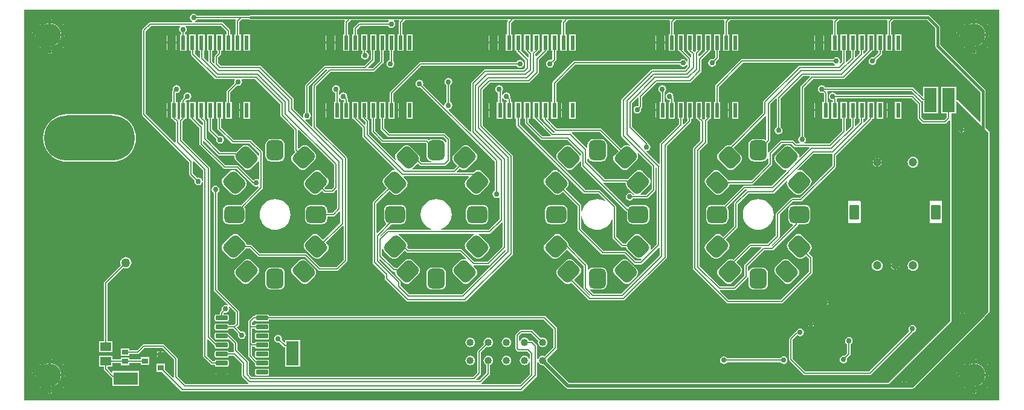
<source format=gtl>
G04*
G04 #@! TF.GenerationSoftware,Altium Limited,Altium Designer,19.1.8 (144)*
G04*
G04 Layer_Physical_Order=1*
G04 Layer_Color=255*
%FSLAX25Y25*%
%MOIN*%
G70*
G01*
G75*
%ADD31R,0.07087X0.13386*%
%ADD32R,0.13386X0.07087*%
%ADD33R,0.02362X0.07874*%
G04:AMPARAMS|DCode=34|XSize=25.59mil|YSize=64.96mil|CornerRadius=1.92mil|HoleSize=0mil|Usage=FLASHONLY|Rotation=90.000|XOffset=0mil|YOffset=0mil|HoleType=Round|Shape=RoundedRectangle|*
%AMROUNDEDRECTD34*
21,1,0.02559,0.06112,0,0,90.0*
21,1,0.02175,0.06496,0,0,90.0*
1,1,0.00384,0.03056,0.01088*
1,1,0.00384,0.03056,-0.01088*
1,1,0.00384,-0.03056,-0.01088*
1,1,0.00384,-0.03056,0.01088*
%
%ADD34ROUNDEDRECTD34*%
%ADD35R,0.06102X0.04921*%
%ADD36R,0.03347X0.02953*%
%ADD37R,0.03543X0.03150*%
%ADD38C,0.00800*%
%ADD39C,0.01500*%
%ADD40C,0.00600*%
%ADD41C,0.02000*%
G04:AMPARAMS|DCode=42|XSize=250mil|YSize=500mil|CornerRadius=125mil|HoleSize=0mil|Usage=FLASHONLY|Rotation=90.000|XOffset=0mil|YOffset=0mil|HoleType=Round|Shape=RoundedRectangle|*
%AMROUNDEDRECTD42*
21,1,0.25000,0.25000,0,0,90.0*
21,1,0.00000,0.50000,0,0,90.0*
1,1,0.25000,0.12500,0.00000*
1,1,0.25000,0.12500,0.00000*
1,1,0.25000,-0.12500,0.00000*
1,1,0.25000,-0.12500,0.00000*
%
%ADD42ROUNDEDRECTD42*%
G04:AMPARAMS|DCode=43|XSize=82.68mil|YSize=55.12mil|CornerRadius=6.89mil|HoleSize=0mil|Usage=FLASHONLY|Rotation=90.000|XOffset=0mil|YOffset=0mil|HoleType=Round|Shape=RoundedRectangle|*
%AMROUNDEDRECTD43*
21,1,0.08268,0.04134,0,0,90.0*
21,1,0.06890,0.05512,0,0,90.0*
1,1,0.01378,0.02067,0.03445*
1,1,0.01378,0.02067,-0.03445*
1,1,0.01378,-0.02067,-0.03445*
1,1,0.01378,-0.02067,0.03445*
%
%ADD43ROUNDEDRECTD43*%
%ADD44C,0.04724*%
G04:AMPARAMS|DCode=45|XSize=94.49mil|YSize=110.24mil|CornerRadius=23.62mil|HoleSize=0mil|Usage=FLASHONLY|Rotation=225.000|XOffset=0mil|YOffset=0mil|HoleType=Round|Shape=RoundedRectangle|*
%AMROUNDEDRECTD45*
21,1,0.09449,0.06299,0,0,225.0*
21,1,0.04724,0.11024,0,0,225.0*
1,1,0.04724,-0.03897,0.00557*
1,1,0.04724,-0.00557,0.03897*
1,1,0.04724,0.03897,-0.00557*
1,1,0.04724,0.00557,-0.03897*
%
%ADD45ROUNDEDRECTD45*%
G04:AMPARAMS|DCode=46|XSize=94.49mil|YSize=110.24mil|CornerRadius=23.62mil|HoleSize=0mil|Usage=FLASHONLY|Rotation=180.000|XOffset=0mil|YOffset=0mil|HoleType=Round|Shape=RoundedRectangle|*
%AMROUNDEDRECTD46*
21,1,0.09449,0.06299,0,0,180.0*
21,1,0.04724,0.11024,0,0,180.0*
1,1,0.04724,-0.02362,0.03150*
1,1,0.04724,0.02362,0.03150*
1,1,0.04724,0.02362,-0.03150*
1,1,0.04724,-0.02362,-0.03150*
%
%ADD46ROUNDEDRECTD46*%
G04:AMPARAMS|DCode=47|XSize=94.49mil|YSize=110.24mil|CornerRadius=23.62mil|HoleSize=0mil|Usage=FLASHONLY|Rotation=135.000|XOffset=0mil|YOffset=0mil|HoleType=Round|Shape=RoundedRectangle|*
%AMROUNDEDRECTD47*
21,1,0.09449,0.06299,0,0,135.0*
21,1,0.04724,0.11024,0,0,135.0*
1,1,0.04724,0.00557,0.03897*
1,1,0.04724,0.03897,0.00557*
1,1,0.04724,-0.00557,-0.03897*
1,1,0.04724,-0.03897,-0.00557*
%
%ADD47ROUNDEDRECTD47*%
G04:AMPARAMS|DCode=48|XSize=94.49mil|YSize=110.24mil|CornerRadius=23.62mil|HoleSize=0mil|Usage=FLASHONLY|Rotation=90.000|XOffset=0mil|YOffset=0mil|HoleType=Round|Shape=RoundedRectangle|*
%AMROUNDEDRECTD48*
21,1,0.09449,0.06299,0,0,90.0*
21,1,0.04724,0.11024,0,0,90.0*
1,1,0.04724,0.03150,0.02362*
1,1,0.04724,0.03150,-0.02362*
1,1,0.04724,-0.03150,-0.02362*
1,1,0.04724,-0.03150,0.02362*
%
%ADD48ROUNDEDRECTD48*%
%ADD49C,0.04016*%
%ADD50C,0.12598*%
%ADD51C,0.03000*%
%ADD52C,0.02500*%
%ADD53C,0.05000*%
G36*
X540000Y2000D02*
X2000D01*
Y218000D01*
X540000D01*
Y2000D01*
D02*
G37*
%LPC*%
G36*
X526500Y214169D02*
Y213500D01*
X527169D01*
X526901Y213901D01*
X526500Y214169D01*
D02*
G37*
G36*
X525500D02*
X525099Y213901D01*
X524831Y213500D01*
X525500D01*
Y214169D01*
D02*
G37*
G36*
X16500D02*
Y213500D01*
X17169D01*
X16901Y213901D01*
X16500Y214169D01*
D02*
G37*
G36*
X15500D02*
X15099Y213901D01*
X14831Y213500D01*
X15500D01*
Y214169D01*
D02*
G37*
G36*
X527169Y212500D02*
X526500D01*
Y211831D01*
X526901Y212099D01*
X527169Y212500D01*
D02*
G37*
G36*
X525500D02*
X524831D01*
X525099Y212099D01*
X525500Y211831D01*
Y212500D01*
D02*
G37*
G36*
X17169D02*
X16500D01*
Y211831D01*
X16901Y212099D01*
X17169Y212500D01*
D02*
G37*
G36*
X15500D02*
X14831D01*
X15099Y212099D01*
X15500Y211831D01*
Y212500D01*
D02*
G37*
G36*
X532800Y211469D02*
Y210800D01*
X533469D01*
X533201Y211201D01*
X532800Y211469D01*
D02*
G37*
G36*
X531800D02*
X531399Y211201D01*
X531131Y210800D01*
X531800D01*
Y211469D01*
D02*
G37*
G36*
X520200D02*
Y210800D01*
X520869D01*
X520601Y211201D01*
X520200Y211469D01*
D02*
G37*
G36*
X519200D02*
X518799Y211201D01*
X518531Y210800D01*
X519200D01*
Y211469D01*
D02*
G37*
G36*
X22800D02*
Y210800D01*
X23469D01*
X23201Y211201D01*
X22800Y211469D01*
D02*
G37*
G36*
X21800D02*
X21399Y211201D01*
X21131Y210800D01*
X21800D01*
Y211469D01*
D02*
G37*
G36*
X10200D02*
Y210800D01*
X10869D01*
X10601Y211201D01*
X10200Y211469D01*
D02*
G37*
G36*
X9200D02*
X8799Y211201D01*
X8531Y210800D01*
X9200D01*
Y211469D01*
D02*
G37*
G36*
X533469Y209800D02*
X532800D01*
Y209131D01*
X533201Y209399D01*
X533469Y209800D01*
D02*
G37*
G36*
X531800D02*
X531131D01*
X531399Y209399D01*
X531800Y209131D01*
Y209800D01*
D02*
G37*
G36*
X520869D02*
X520200D01*
Y209131D01*
X520601Y209399D01*
X520869Y209800D01*
D02*
G37*
G36*
X519200D02*
X518531D01*
X518799Y209399D01*
X519200Y209131D01*
Y209800D01*
D02*
G37*
G36*
X23469D02*
X22800D01*
Y209131D01*
X23201Y209399D01*
X23469Y209800D01*
D02*
G37*
G36*
X21800D02*
X21131D01*
X21399Y209399D01*
X21800Y209131D01*
Y209800D01*
D02*
G37*
G36*
X10869D02*
X10200D01*
Y209131D01*
X10601Y209399D01*
X10869Y209800D01*
D02*
G37*
G36*
X9200D02*
X8531D01*
X8799Y209399D01*
X9200Y209131D01*
Y209800D01*
D02*
G37*
G36*
X526500Y210280D02*
Y204500D01*
X532280D01*
X532208Y205235D01*
X531848Y206422D01*
X531263Y207517D01*
X530476Y208476D01*
X529517Y209263D01*
X528422Y209848D01*
X527235Y210208D01*
X526500Y210280D01*
D02*
G37*
G36*
X16500D02*
Y204500D01*
X22280D01*
X22208Y205235D01*
X21848Y206422D01*
X21263Y207517D01*
X20476Y208476D01*
X19517Y209263D01*
X18422Y209848D01*
X17235Y210208D01*
X16500Y210280D01*
D02*
G37*
G36*
X535600Y205169D02*
Y204500D01*
X536269D01*
X536001Y204901D01*
X535600Y205169D01*
D02*
G37*
G36*
X534600D02*
X534199Y204901D01*
X533931Y204500D01*
X534600D01*
Y205169D01*
D02*
G37*
G36*
X517400D02*
Y204500D01*
X518069D01*
X517801Y204901D01*
X517400Y205169D01*
D02*
G37*
G36*
X516400D02*
X515999Y204901D01*
X515731Y204500D01*
X516400D01*
Y205169D01*
D02*
G37*
G36*
X25600D02*
Y204500D01*
X26269D01*
X26001Y204901D01*
X25600Y205169D01*
D02*
G37*
G36*
X24600D02*
X24199Y204901D01*
X23931Y204500D01*
X24600D01*
Y205169D01*
D02*
G37*
G36*
X7400D02*
Y204500D01*
X8069D01*
X7801Y204901D01*
X7400Y205169D01*
D02*
G37*
G36*
X6400D02*
X5999Y204901D01*
X5731Y204500D01*
X6400D01*
Y205169D01*
D02*
G37*
G36*
X525500Y210280D02*
X524765Y210208D01*
X523578Y209848D01*
X522483Y209263D01*
X521524Y208476D01*
X520737Y207517D01*
X520152Y206422D01*
X519792Y205235D01*
X519720Y204500D01*
X525500D01*
Y210280D01*
D02*
G37*
G36*
X15500D02*
X14765Y210208D01*
X13578Y209848D01*
X12483Y209263D01*
X11524Y208476D01*
X10737Y207517D01*
X10152Y206422D01*
X9792Y205235D01*
X9719Y204500D01*
X15500D01*
Y210280D01*
D02*
G37*
G36*
X536269Y203500D02*
X535600D01*
Y202831D01*
X536001Y203099D01*
X536269Y203500D01*
D02*
G37*
G36*
X534600D02*
X533931D01*
X534199Y203099D01*
X534600Y202831D01*
Y203500D01*
D02*
G37*
G36*
X518069D02*
X517400D01*
Y202831D01*
X517801Y203099D01*
X518069Y203500D01*
D02*
G37*
G36*
X516400D02*
X515731D01*
X515999Y203099D01*
X516400Y202831D01*
Y203500D01*
D02*
G37*
G36*
X26269D02*
X25600D01*
Y202831D01*
X26001Y203099D01*
X26269Y203500D01*
D02*
G37*
G36*
X24600D02*
X23931D01*
X24199Y203099D01*
X24600Y202831D01*
Y203500D01*
D02*
G37*
G36*
X8069D02*
X7400D01*
Y202831D01*
X7801Y203099D01*
X8069Y203500D01*
D02*
G37*
G36*
X6400D02*
X5731D01*
X5999Y203099D01*
X6400Y202831D01*
Y203500D01*
D02*
G37*
G36*
X440319Y203638D02*
X439638D01*
Y200201D01*
X440319D01*
Y203638D01*
D02*
G37*
G36*
X438638D02*
X437957D01*
Y200201D01*
X438638D01*
Y203638D01*
D02*
G37*
G36*
X80819D02*
X80138D01*
Y200201D01*
X80819D01*
Y203638D01*
D02*
G37*
G36*
X79138D02*
X78457D01*
Y200201D01*
X79138D01*
Y203638D01*
D02*
G37*
G36*
X445319Y203638D02*
X444638D01*
Y200201D01*
X445319D01*
Y203638D01*
D02*
G37*
G36*
X443638D02*
X442957D01*
Y200201D01*
X443638D01*
Y203638D01*
D02*
G37*
G36*
X355444D02*
X354763D01*
Y200201D01*
X355444D01*
Y203638D01*
D02*
G37*
G36*
X353763D02*
X353082D01*
Y200201D01*
X353763D01*
Y203638D01*
D02*
G37*
G36*
X350444D02*
X349763D01*
Y200201D01*
X350444D01*
Y203638D01*
D02*
G37*
G36*
X348763D02*
X348082D01*
Y200201D01*
X348763D01*
Y203638D01*
D02*
G37*
G36*
X170694D02*
X170013D01*
Y200201D01*
X170694D01*
Y203638D01*
D02*
G37*
G36*
X169013D02*
X168332D01*
Y200201D01*
X169013D01*
Y203638D01*
D02*
G37*
G36*
X85819D02*
X85138D01*
Y200201D01*
X85819D01*
Y203638D01*
D02*
G37*
G36*
X84138D02*
X83457D01*
Y200201D01*
X84138D01*
Y203638D01*
D02*
G37*
G36*
X265569Y203638D02*
X264888D01*
Y200201D01*
X265569D01*
Y203638D01*
D02*
G37*
G36*
X263888D02*
X263207D01*
Y200201D01*
X263888D01*
Y203638D01*
D02*
G37*
G36*
X260569D02*
X259888D01*
Y200201D01*
X260569D01*
Y203638D01*
D02*
G37*
G36*
X258888D02*
X258207D01*
Y200201D01*
X258888D01*
Y203638D01*
D02*
G37*
G36*
X175694D02*
X175013D01*
Y200201D01*
X175694D01*
Y203638D01*
D02*
G37*
G36*
X174013D02*
X173332D01*
Y200201D01*
X174013D01*
Y203638D01*
D02*
G37*
G36*
X532800Y198869D02*
Y198200D01*
X533469D01*
X533201Y198601D01*
X532800Y198869D01*
D02*
G37*
G36*
X531800D02*
X531399Y198601D01*
X531131Y198200D01*
X531800D01*
Y198869D01*
D02*
G37*
G36*
X520200D02*
Y198200D01*
X520869D01*
X520601Y198601D01*
X520200Y198869D01*
D02*
G37*
G36*
X519200D02*
X518799Y198601D01*
X518531Y198200D01*
X519200D01*
Y198869D01*
D02*
G37*
G36*
X22800D02*
Y198200D01*
X23469D01*
X23201Y198601D01*
X22800Y198869D01*
D02*
G37*
G36*
X21800D02*
X21399Y198601D01*
X21131Y198200D01*
X21800D01*
Y198869D01*
D02*
G37*
G36*
X10200D02*
Y198200D01*
X10869D01*
X10601Y198601D01*
X10200Y198869D01*
D02*
G37*
G36*
X9200D02*
X8799Y198601D01*
X8531Y198200D01*
X9200D01*
Y198869D01*
D02*
G37*
G36*
X532280Y203500D02*
X526500D01*
Y197720D01*
X527235Y197792D01*
X528422Y198152D01*
X529517Y198737D01*
X530476Y199524D01*
X531263Y200483D01*
X531848Y201578D01*
X532208Y202765D01*
X532280Y203500D01*
D02*
G37*
G36*
X22280D02*
X16500D01*
Y197720D01*
X17235Y197792D01*
X18422Y198152D01*
X19517Y198737D01*
X20476Y199524D01*
X21263Y200483D01*
X21848Y201578D01*
X22208Y202765D01*
X22280Y203500D01*
D02*
G37*
G36*
X525500D02*
X519720D01*
X519792Y202765D01*
X520152Y201578D01*
X520737Y200483D01*
X521524Y199524D01*
X522483Y198737D01*
X523578Y198152D01*
X524765Y197792D01*
X525500Y197720D01*
Y203500D01*
D02*
G37*
G36*
X15500D02*
X9719D01*
X9792Y202765D01*
X10152Y201578D01*
X10737Y200483D01*
X11524Y199524D01*
X12483Y198737D01*
X13578Y198152D01*
X14765Y197792D01*
X15500Y197720D01*
Y203500D01*
D02*
G37*
G36*
X533469Y197200D02*
X532800D01*
Y196531D01*
X533201Y196799D01*
X533469Y197200D01*
D02*
G37*
G36*
X531800D02*
X531131D01*
X531399Y196799D01*
X531800Y196531D01*
Y197200D01*
D02*
G37*
G36*
X520869D02*
X520200D01*
Y196531D01*
X520601Y196799D01*
X520869Y197200D01*
D02*
G37*
G36*
X519200D02*
X518531D01*
X518799Y196799D01*
X519200Y196531D01*
Y197200D01*
D02*
G37*
G36*
X23469D02*
X22800D01*
Y196531D01*
X23201Y196799D01*
X23469Y197200D01*
D02*
G37*
G36*
X21800D02*
X21131D01*
X21399Y196799D01*
X21800Y196531D01*
Y197200D01*
D02*
G37*
G36*
X10869D02*
X10200D01*
Y196531D01*
X10601Y196799D01*
X10869Y197200D01*
D02*
G37*
G36*
X9200D02*
X8531D01*
X8799Y196799D01*
X9200Y196531D01*
Y197200D01*
D02*
G37*
G36*
X440319Y199201D02*
X439638D01*
Y195764D01*
X440319D01*
Y199201D01*
D02*
G37*
G36*
X438638D02*
X437957D01*
Y195764D01*
X438638D01*
Y199201D01*
D02*
G37*
G36*
X80819D02*
X80138D01*
Y195764D01*
X80819D01*
Y199201D01*
D02*
G37*
G36*
X79138D02*
X78457D01*
Y195764D01*
X79138D01*
Y199201D01*
D02*
G37*
G36*
X445319Y199201D02*
X444638D01*
Y195764D01*
X445319D01*
Y199201D01*
D02*
G37*
G36*
X443638D02*
X442957D01*
Y195764D01*
X443638D01*
Y199201D01*
D02*
G37*
G36*
X355444D02*
X354763D01*
Y195764D01*
X355444D01*
Y199201D01*
D02*
G37*
G36*
X353763D02*
X353082D01*
Y195764D01*
X353763D01*
Y199201D01*
D02*
G37*
G36*
X350444D02*
X349763D01*
Y195764D01*
X350444D01*
Y199201D01*
D02*
G37*
G36*
X348763D02*
X348082D01*
Y195764D01*
X348763D01*
Y199201D01*
D02*
G37*
G36*
X170694D02*
X170013D01*
Y195764D01*
X170694D01*
Y199201D01*
D02*
G37*
G36*
X169013D02*
X168332D01*
Y195764D01*
X169013D01*
Y199201D01*
D02*
G37*
G36*
X85819D02*
X85138D01*
Y195764D01*
X85819D01*
Y199201D01*
D02*
G37*
G36*
X84138D02*
X83457D01*
Y195764D01*
X84138D01*
Y199201D01*
D02*
G37*
G36*
X265569Y199201D02*
X264888D01*
Y195764D01*
X265569D01*
Y199201D01*
D02*
G37*
G36*
X263888D02*
X263207D01*
Y195764D01*
X263888D01*
Y199201D01*
D02*
G37*
G36*
X260569D02*
X259888D01*
Y195764D01*
X260569D01*
Y199201D01*
D02*
G37*
G36*
X258888D02*
X258207D01*
Y195764D01*
X258888D01*
Y199201D01*
D02*
G37*
G36*
X175694D02*
X175013D01*
Y195764D01*
X175694D01*
Y199201D01*
D02*
G37*
G36*
X174013D02*
X173332D01*
Y195764D01*
X174013D01*
Y199201D01*
D02*
G37*
G36*
X526500Y196069D02*
Y195400D01*
X527169D01*
X526901Y195801D01*
X526500Y196069D01*
D02*
G37*
G36*
X525500D02*
X525099Y195801D01*
X524831Y195400D01*
X525500D01*
Y196069D01*
D02*
G37*
G36*
X16500D02*
Y195400D01*
X17169D01*
X16901Y195801D01*
X16500Y196069D01*
D02*
G37*
G36*
X15500D02*
X15099Y195801D01*
X14831Y195400D01*
X15500D01*
Y196069D01*
D02*
G37*
G36*
X126419Y204238D02*
X122857D01*
Y195164D01*
X126419D01*
Y204238D01*
D02*
G37*
G36*
X381044Y204238D02*
X377482D01*
Y195164D01*
X377482Y195164D01*
X377482D01*
X377232Y194775D01*
X374382Y191925D01*
X373882Y192132D01*
Y193542D01*
X374984Y194643D01*
X375205Y194974D01*
X375243Y195164D01*
X376044D01*
Y204238D01*
X372482D01*
Y195164D01*
X372482Y195164D01*
X372482D01*
X372232Y194775D01*
X372142Y194685D01*
X372121Y194654D01*
X371494Y194575D01*
X371294Y194775D01*
X371044Y195164D01*
X371044D01*
X371044Y195164D01*
Y204238D01*
X367482D01*
Y195164D01*
X368283D01*
X368321Y194974D01*
X368542Y194643D01*
X370043Y193141D01*
Y191906D01*
X369543Y191699D01*
X366044Y195198D01*
Y204238D01*
X362482D01*
Y195164D01*
X363317D01*
X363321Y195147D01*
X363542Y194816D01*
X367980Y190378D01*
Y189357D01*
X367480Y189308D01*
X367478Y189319D01*
X367014Y190014D01*
X366319Y190478D01*
X365500Y190641D01*
X364681Y190478D01*
X363986Y190014D01*
X363656Y189520D01*
X305500D01*
X305110Y189442D01*
X304779Y189221D01*
X293667Y178109D01*
X293446Y177778D01*
X293368Y177388D01*
Y166836D01*
X292607D01*
Y157762D01*
X296169D01*
Y166836D01*
X295407D01*
Y176965D01*
X305922Y187480D01*
X363656D01*
X363986Y186986D01*
X364681Y186522D01*
X365500Y186359D01*
X366319Y186522D01*
X367014Y186986D01*
X367478Y187681D01*
X367480Y187692D01*
X367980Y187643D01*
Y186559D01*
X366441Y185020D01*
X348505D01*
X348114Y184942D01*
X347784Y184721D01*
X331679Y168616D01*
X331458Y168286D01*
X331380Y167895D01*
Y148300D01*
X331458Y147910D01*
X331679Y147579D01*
X336257Y143001D01*
X335927Y142624D01*
X335853Y142681D01*
X335132Y142980D01*
X334359Y143081D01*
X333586Y142980D01*
X332865Y142681D01*
X332246Y142206D01*
X331241Y141201D01*
X320534Y151908D01*
X320203Y152129D01*
X319813Y152207D01*
X295735D01*
X290680Y157262D01*
X290887Y157762D01*
X291169D01*
Y166836D01*
X287607D01*
Y157762D01*
X288368D01*
Y157112D01*
X288446Y156722D01*
X288667Y156391D01*
X294538Y150520D01*
X294505Y150299D01*
X294360Y150020D01*
X293772D01*
X286419Y157373D01*
X286169Y157762D01*
X286169D01*
X286169Y157762D01*
Y166836D01*
X282607D01*
Y157762D01*
X283408D01*
X283446Y157572D01*
X283667Y157241D01*
X292389Y148520D01*
X292181Y148020D01*
X287922D01*
X280370Y155572D01*
Y157762D01*
X281169D01*
Y166836D01*
X277607D01*
Y157762D01*
X278330D01*
Y155150D01*
X278408Y154760D01*
X278629Y154429D01*
X286779Y146279D01*
X287110Y146058D01*
X287500Y145980D01*
X301378D01*
X309180Y138178D01*
Y137447D01*
X308680Y137277D01*
X308316Y137752D01*
X303862Y142206D01*
X303243Y142681D01*
X302522Y142980D01*
X301749Y143081D01*
X300976Y142980D01*
X300255Y142681D01*
X299637Y142206D01*
X296296Y138865D01*
X295821Y138247D01*
X295523Y137526D01*
X295421Y136753D01*
X295523Y135979D01*
X295821Y135259D01*
X296296Y134640D01*
X300750Y130186D01*
X301369Y129711D01*
X302090Y129413D01*
X302863Y129311D01*
X303636Y129413D01*
X304357Y129711D01*
X304976Y130186D01*
X308316Y133527D01*
X308680Y134001D01*
X309180Y133832D01*
Y131700D01*
X309258Y131310D01*
X309479Y130979D01*
X333750Y106708D01*
X334081Y106487D01*
X334471Y106409D01*
X334555D01*
Y102338D01*
X334656Y101565D01*
X334955Y100844D01*
X335430Y100225D01*
X336048Y99750D01*
X336769Y99452D01*
X337542Y99350D01*
X343842D01*
X344615Y99452D01*
X345335Y99750D01*
X345954Y100225D01*
X346429Y100844D01*
X346727Y101565D01*
X346829Y102338D01*
Y107062D01*
X346727Y107835D01*
X346429Y108556D01*
X345954Y109175D01*
X345335Y109650D01*
X344615Y109948D01*
X343842Y110050D01*
X337542D01*
X336769Y109948D01*
X336048Y109650D01*
X335430Y109175D01*
X335188Y108861D01*
X334542Y108800D01*
X321394Y121948D01*
X321437Y122044D01*
X321688Y122361D01*
X321977Y122303D01*
X333486D01*
X333816Y121927D01*
X333807Y121860D01*
X333909Y121087D01*
X334207Y120366D01*
X334682Y119747D01*
X338022Y116406D01*
X338527Y116020D01*
X338394Y115520D01*
X337844D01*
X337514Y116014D01*
X336819Y116478D01*
X336000Y116641D01*
X335181Y116478D01*
X334486Y116014D01*
X334022Y115319D01*
X333859Y114500D01*
X334022Y113681D01*
X334486Y112986D01*
X335181Y112522D01*
X336000Y112359D01*
X336819Y112522D01*
X337514Y112986D01*
X337844Y113480D01*
X345400D01*
X345790Y113558D01*
X346121Y113779D01*
X349821Y117479D01*
X350042Y117810D01*
X350120Y118200D01*
Y130739D01*
X350609Y130958D01*
X350880Y130746D01*
Y88222D01*
X347808Y85150D01*
X347384Y85433D01*
X347475Y85653D01*
X347577Y86427D01*
X347475Y87200D01*
X347177Y87921D01*
X346702Y88539D01*
X342248Y92994D01*
X341629Y93468D01*
X340908Y93767D01*
X340135Y93869D01*
X339362Y93767D01*
X338641Y93468D01*
X338022Y92994D01*
X334682Y89653D01*
X334207Y89034D01*
X333990Y88509D01*
X332392D01*
X328620Y92282D01*
Y108900D01*
X328542Y109290D01*
X328321Y109621D01*
X319921Y118021D01*
X319590Y118242D01*
X319200Y118320D01*
X311522D01*
X275407Y154435D01*
Y157762D01*
X276169D01*
Y166836D01*
X272607D01*
Y157762D01*
X273368D01*
Y154012D01*
X273446Y153622D01*
X273667Y153291D01*
X310379Y116579D01*
X310710Y116358D01*
X311100Y116280D01*
X318778D01*
X322627Y112431D01*
X322326Y112025D01*
X321313Y112567D01*
X319715Y113051D01*
X318054Y113215D01*
X316393Y113051D01*
X314795Y112567D01*
X313323Y111780D01*
X312033Y110721D01*
X310974Y109431D01*
X310187Y107958D01*
X309703Y106361D01*
X309620Y105518D01*
X309120Y105542D01*
Y109733D01*
X309042Y110123D01*
X308821Y110454D01*
X300477Y118798D01*
X301426Y119747D01*
X301901Y120366D01*
X302200Y121087D01*
X302302Y121860D01*
X302200Y122633D01*
X301901Y123354D01*
X301426Y123972D01*
X296972Y128427D01*
X296353Y128902D01*
X295633Y129200D01*
X294860Y129302D01*
X294086Y129200D01*
X293366Y128902D01*
X292747Y128427D01*
X289406Y125086D01*
X288931Y124467D01*
X288633Y123747D01*
X288531Y122973D01*
X288633Y122200D01*
X288931Y121479D01*
X289406Y120861D01*
X293860Y116406D01*
X294479Y115932D01*
X295200Y115633D01*
X295973Y115531D01*
X296746Y115633D01*
X297467Y115932D01*
X298086Y116406D01*
X299035Y117356D01*
X307080Y109310D01*
Y96500D01*
X307158Y96110D01*
X307379Y95779D01*
X320379Y82779D01*
X320710Y82558D01*
X321100Y82480D01*
X333078D01*
X338179Y77379D01*
X338510Y77158D01*
X338900Y77080D01*
X342200D01*
X342590Y77158D01*
X342921Y77379D01*
X352118Y86576D01*
X352580Y86385D01*
Y82168D01*
X331432Y61020D01*
X316122D01*
X314122Y63020D01*
X314405Y63444D01*
X314919Y63231D01*
X315692Y63130D01*
X320416D01*
X321190Y63231D01*
X321910Y63530D01*
X322529Y64005D01*
X323004Y64623D01*
X323302Y65344D01*
X323404Y66117D01*
Y72417D01*
X323302Y73190D01*
X323004Y73910D01*
X322529Y74529D01*
X321910Y75004D01*
X321190Y75302D01*
X320416Y75404D01*
X315692D01*
X314919Y75302D01*
X314198Y75004D01*
X313579Y74529D01*
X313220Y74061D01*
X312720Y74230D01*
Y76600D01*
X312642Y76990D01*
X312421Y77321D01*
X302290Y87452D01*
X302302Y87540D01*
X302200Y88314D01*
X301901Y89034D01*
X301426Y89653D01*
X298086Y92994D01*
X297467Y93468D01*
X296746Y93767D01*
X295973Y93869D01*
X295200Y93767D01*
X294479Y93468D01*
X293860Y92994D01*
X289406Y88539D01*
X288931Y87921D01*
X288633Y87200D01*
X288531Y86427D01*
X288633Y85653D01*
X288931Y84933D01*
X289406Y84314D01*
X292747Y80973D01*
X293366Y80498D01*
X294086Y80200D01*
X294860Y80098D01*
X295633Y80200D01*
X296353Y80498D01*
X296972Y80973D01*
X301426Y85428D01*
X301430Y85428D01*
X310680Y76178D01*
Y64000D01*
X310758Y63610D01*
X310979Y63279D01*
X314118Y60140D01*
X313954Y59597D01*
X313946Y59596D01*
X305105Y68437D01*
X308316Y71648D01*
X308791Y72267D01*
X309089Y72987D01*
X309191Y73761D01*
X309089Y74534D01*
X308791Y75255D01*
X308316Y75873D01*
X304976Y79214D01*
X304357Y79689D01*
X303636Y79987D01*
X302863Y80089D01*
X302090Y79987D01*
X301369Y79689D01*
X300750Y79214D01*
X296296Y74760D01*
X295821Y74141D01*
X295523Y73421D01*
X295421Y72647D01*
X295523Y71874D01*
X295821Y71153D01*
X296296Y70534D01*
X299637Y67194D01*
X300255Y66719D01*
X300976Y66421D01*
X301749Y66319D01*
X302522Y66421D01*
X303243Y66719D01*
X303637Y67021D01*
X313179Y57479D01*
X313510Y57258D01*
X313900Y57180D01*
X332600D01*
X332990Y57258D01*
X333321Y57479D01*
X356121Y80279D01*
X356342Y80610D01*
X356420Y81000D01*
Y142432D01*
X369584Y155596D01*
X369805Y155927D01*
X369882Y156317D01*
Y157762D01*
X371044D01*
Y166836D01*
X367482D01*
Y157762D01*
X367843D01*
Y156740D01*
X365782Y154679D01*
X365282Y154886D01*
Y157762D01*
X366044D01*
Y166836D01*
X362482D01*
Y157762D01*
X363243D01*
Y154685D01*
X352879Y144321D01*
X352658Y143990D01*
X352580Y143600D01*
Y132715D01*
X352118Y132524D01*
X345368Y139274D01*
X345542Y139807D01*
X346119Y139922D01*
X346814Y140386D01*
X347278Y141081D01*
X347441Y141900D01*
X347278Y142719D01*
X346814Y143414D01*
X346320Y143744D01*
Y143900D01*
X346242Y144290D01*
X346021Y144621D01*
X337220Y153422D01*
Y166323D01*
X340480Y169584D01*
X340980Y169377D01*
Y165049D01*
X340542Y164673D01*
X340200Y164741D01*
X339381Y164578D01*
X338686Y164114D01*
X338222Y163419D01*
X338059Y162600D01*
X338222Y161781D01*
X338686Y161086D01*
X339381Y160622D01*
X340200Y160459D01*
X341019Y160622D01*
X341714Y161086D01*
X342178Y161781D01*
X342341Y162600D01*
X342225Y163183D01*
X342721Y163679D01*
X342942Y164010D01*
X343020Y164400D01*
Y169578D01*
X351122Y177680D01*
X369058D01*
X369448Y177758D01*
X369779Y177979D01*
X375384Y183584D01*
X375605Y183914D01*
X375682Y184305D01*
Y190341D01*
X379984Y194643D01*
X380205Y194974D01*
X380243Y195164D01*
X381044D01*
Y204238D01*
D02*
G37*
G36*
X485919D02*
X482357D01*
Y195164D01*
X485919D01*
Y204238D01*
D02*
G37*
G36*
X306169D02*
X302607D01*
Y195164D01*
X306169D01*
Y204238D01*
D02*
G37*
G36*
X396044Y204238D02*
X392482D01*
Y195164D01*
X396044D01*
Y204238D01*
D02*
G37*
G36*
X216294Y204238D02*
X212732D01*
Y195164D01*
X216294D01*
Y204238D01*
D02*
G37*
G36*
X527169Y194400D02*
X526500D01*
Y193731D01*
X526901Y193999D01*
X527169Y194400D01*
D02*
G37*
G36*
X525500D02*
X524831D01*
X525099Y193999D01*
X525500Y193731D01*
Y194400D01*
D02*
G37*
G36*
X17169D02*
X16500D01*
Y193731D01*
X16901Y193999D01*
X17169Y194400D01*
D02*
G37*
G36*
X15500D02*
X14831D01*
X15099Y193999D01*
X15500Y193731D01*
Y194400D01*
D02*
G37*
G36*
X281169Y204238D02*
X277607D01*
Y195164D01*
X278408D01*
X278446Y194974D01*
X278667Y194643D01*
X280168Y193141D01*
Y191732D01*
X279668Y191525D01*
X276419Y194775D01*
X276169Y195164D01*
X276169D01*
X276169Y195164D01*
Y204238D01*
X272607D01*
Y195164D01*
X273408D01*
X273446Y194974D01*
X273667Y194643D01*
X278368Y189941D01*
Y185922D01*
X277466Y185020D01*
X256363D01*
X255973Y184942D01*
X255642Y184721D01*
X248779Y177858D01*
X248558Y177527D01*
X248480Y177137D01*
Y150669D01*
X247980Y150461D01*
X236068Y162374D01*
X236242Y162907D01*
X236819Y163022D01*
X237514Y163486D01*
X237978Y164181D01*
X238141Y165000D01*
X237978Y165819D01*
X237514Y166514D01*
X237020Y166844D01*
Y176156D01*
X237514Y176486D01*
X237978Y177181D01*
X238141Y178000D01*
X237978Y178819D01*
X237514Y179514D01*
X236819Y179978D01*
X236000Y180141D01*
X235181Y179978D01*
X234486Y179514D01*
X234022Y178819D01*
X233859Y178000D01*
X234022Y177181D01*
X234486Y176486D01*
X234980Y176156D01*
Y166844D01*
X234486Y166514D01*
X234022Y165819D01*
X233907Y165242D01*
X233374Y165068D01*
X222025Y176417D01*
X222141Y177000D01*
X221978Y177819D01*
X221514Y178514D01*
X220819Y178978D01*
X220000Y179141D01*
X219181Y178978D01*
X218486Y178514D01*
X218022Y177819D01*
X217859Y177000D01*
X218022Y176181D01*
X218486Y175486D01*
X219181Y175022D01*
X220000Y174859D01*
X220583Y174975D01*
X261480Y134078D01*
Y117844D01*
X260986Y117514D01*
X260522Y116819D01*
X260359Y116000D01*
X260522Y115181D01*
X260986Y114486D01*
X261681Y114022D01*
X262500Y113859D01*
X263319Y114022D01*
X263662Y114251D01*
X264162Y113984D01*
Y102104D01*
X258178Y96120D01*
X231837D01*
X231763Y96620D01*
X232467Y96833D01*
X233939Y97620D01*
X235229Y98679D01*
X236288Y99969D01*
X237075Y101441D01*
X237560Y103039D01*
X237723Y104700D01*
X237560Y106361D01*
X237075Y107958D01*
X236288Y109431D01*
X235229Y110721D01*
X233939Y111780D01*
X232467Y112567D01*
X230869Y113051D01*
X229208Y113215D01*
X227547Y113051D01*
X225950Y112567D01*
X224477Y111780D01*
X223187Y110721D01*
X222128Y109431D01*
X221341Y107958D01*
X220857Y106361D01*
X220693Y104700D01*
X220857Y103039D01*
X221341Y101441D01*
X222128Y99969D01*
X223187Y98679D01*
X224477Y97620D01*
X225950Y96833D01*
X226654Y96620D01*
X226579Y96120D01*
X202600D01*
X202210Y96042D01*
X201879Y95821D01*
X198635Y92577D01*
X198093Y92742D01*
X198071Y92852D01*
X204569Y99350D01*
X209720D01*
X210493Y99452D01*
X211214Y99750D01*
X211833Y100225D01*
X212307Y100844D01*
X212606Y101565D01*
X212708Y102338D01*
Y107062D01*
X212606Y107835D01*
X212307Y108556D01*
X211833Y109175D01*
X211214Y109650D01*
X210493Y109948D01*
X209720Y110050D01*
X203421D01*
X202647Y109948D01*
X201927Y109650D01*
X201308Y109175D01*
X200833Y108556D01*
X200535Y107835D01*
X200433Y107062D01*
Y102338D01*
X200535Y101565D01*
X200833Y100844D01*
X201308Y100225D01*
X201617Y99988D01*
X201675Y99340D01*
X196782Y94446D01*
X196320Y94638D01*
Y110724D01*
X203508Y117913D01*
X205014Y116406D01*
X205633Y115932D01*
X206354Y115633D01*
X207127Y115531D01*
X207900Y115633D01*
X208621Y115932D01*
X209240Y116406D01*
X212580Y119747D01*
X213055Y120366D01*
X213354Y121087D01*
X213456Y121860D01*
X213354Y122633D01*
X213055Y123354D01*
X212580Y123972D01*
X211234Y125319D01*
X211426Y125780D01*
X246990D01*
X247182Y125319D01*
X245836Y123972D01*
X245361Y123354D01*
X245062Y122633D01*
X244961Y121860D01*
X245062Y121087D01*
X245361Y120366D01*
X245836Y119747D01*
X249177Y116406D01*
X249795Y115932D01*
X250516Y115633D01*
X251289Y115531D01*
X252062Y115633D01*
X252783Y115932D01*
X253402Y116406D01*
X257856Y120861D01*
X258331Y121479D01*
X258629Y122200D01*
X258731Y122973D01*
X258629Y123747D01*
X258331Y124467D01*
X257856Y125086D01*
X254515Y128427D01*
X253897Y128902D01*
X253176Y129200D01*
X252403Y129302D01*
X251629Y129200D01*
X250909Y128902D01*
X250290Y128427D01*
X249683Y127820D01*
X240582D01*
X240390Y128281D01*
X242291Y130182D01*
X242905Y129711D01*
X243626Y129413D01*
X244399Y129311D01*
X245173Y129413D01*
X245893Y129711D01*
X246512Y130186D01*
X250966Y134640D01*
X251441Y135259D01*
X251740Y135979D01*
X251841Y136753D01*
X251740Y137526D01*
X251441Y138247D01*
X250966Y138865D01*
X247626Y142206D01*
X247007Y142681D01*
X246286Y142980D01*
X245513Y143081D01*
X244740Y142980D01*
X244019Y142681D01*
X243400Y142206D01*
X238946Y137752D01*
X238471Y137133D01*
X238173Y136413D01*
X238071Y135639D01*
X238173Y134866D01*
X238471Y134145D01*
X238946Y133527D01*
X240849Y131624D01*
X238745Y129520D01*
X216082D01*
X215913Y130020D01*
X216129Y130186D01*
X218939Y132995D01*
X220155Y131779D01*
X220486Y131558D01*
X220876Y131480D01*
X233800D01*
X234190Y131558D01*
X234521Y131779D01*
X236521Y133779D01*
X236742Y134110D01*
X236820Y134500D01*
Y146200D01*
X236742Y146590D01*
X236521Y146921D01*
X234221Y149221D01*
X233890Y149442D01*
X233500Y149520D01*
X203535D01*
X200532Y152522D01*
Y157762D01*
X201294D01*
Y166836D01*
X197732D01*
Y157762D01*
X198493D01*
Y152100D01*
X198571Y151710D01*
X198792Y151379D01*
X202353Y147818D01*
X202379Y147779D01*
X202710Y147558D01*
X203100Y147480D01*
X233078D01*
X234780Y145778D01*
Y144580D01*
X234280Y144481D01*
X234158Y144777D01*
X233683Y145395D01*
X233064Y145870D01*
X232344Y146169D01*
X231570Y146271D01*
X226846D01*
X226073Y146169D01*
X225352Y145870D01*
X225104Y145679D01*
X224762Y146021D01*
X224431Y146242D01*
X224041Y146320D01*
X200122D01*
X195532Y150909D01*
Y157762D01*
X196294D01*
Y166836D01*
X192732D01*
Y157762D01*
X193493D01*
Y150487D01*
X193571Y150097D01*
X193792Y149766D01*
X198979Y144579D01*
X199310Y144358D01*
X199700Y144280D01*
X223602D01*
X223941Y143914D01*
X223858Y143283D01*
Y136984D01*
X223960Y136210D01*
X224258Y135490D01*
X224733Y134871D01*
X225352Y134396D01*
X226073Y134098D01*
X226664Y134020D01*
X226632Y133520D01*
X221298D01*
X220158Y134660D01*
X220244Y134866D01*
X220345Y135639D01*
X220244Y136413D01*
X219945Y137133D01*
X219470Y137752D01*
X215016Y142206D01*
X214397Y142681D01*
X213677Y142980D01*
X212903Y143081D01*
X212130Y142980D01*
X211409Y142681D01*
X210791Y142206D01*
X207450Y138865D01*
X206975Y138247D01*
X206677Y137526D01*
X206575Y136753D01*
X206677Y135979D01*
X206975Y135259D01*
X206575Y134967D01*
X192332Y149209D01*
Y156162D01*
X192255Y156552D01*
X192034Y156883D01*
X191544Y157373D01*
X191294Y157762D01*
X191294D01*
X191294Y157762D01*
Y166836D01*
X187732D01*
Y157762D01*
X188533D01*
X188571Y157572D01*
X188792Y157241D01*
X190293Y155740D01*
Y154331D01*
X189793Y154124D01*
X186544Y157373D01*
X186294Y157762D01*
X186294D01*
X186294Y157762D01*
Y166836D01*
X182732D01*
Y157762D01*
X183533D01*
X183571Y157572D01*
X183792Y157241D01*
X188493Y152540D01*
Y147987D01*
X188571Y147597D01*
X188792Y147266D01*
X206288Y129770D01*
X206055Y129296D01*
X206013Y129302D01*
X205240Y129200D01*
X204520Y128902D01*
X203901Y128427D01*
X200560Y125086D01*
X200085Y124467D01*
X199787Y123747D01*
X199685Y122973D01*
X199787Y122200D01*
X200085Y121479D01*
X200560Y120861D01*
X202066Y119354D01*
X194579Y111867D01*
X194358Y111536D01*
X194280Y111146D01*
Y78100D01*
X194358Y77710D01*
X194579Y77379D01*
X200880Y71078D01*
Y69100D01*
X200958Y68710D01*
X201179Y68379D01*
X212779Y56779D01*
X213110Y56558D01*
X213500Y56480D01*
X245000D01*
X245390Y56558D01*
X245721Y56779D01*
X271303Y82361D01*
X271524Y82691D01*
X271601Y83082D01*
Y136918D01*
X271524Y137309D01*
X271303Y137639D01*
X255020Y153922D01*
Y173578D01*
X259022Y177580D01*
X280124D01*
X280515Y177658D01*
X280845Y177879D01*
X285509Y182542D01*
X285730Y182873D01*
X285807Y183263D01*
Y190341D01*
X290109Y194643D01*
X290330Y194974D01*
X290368Y195164D01*
X291169D01*
Y204238D01*
X287607D01*
Y195164D01*
X287607Y195164D01*
X287607D01*
X287357Y194775D01*
X284507Y191925D01*
X284007Y192132D01*
Y193542D01*
X285109Y194643D01*
X285330Y194974D01*
X285368Y195164D01*
X286169D01*
Y204238D01*
X282607D01*
Y195164D01*
X282607Y195164D01*
X282607D01*
X282357Y194775D01*
X282267Y194685D01*
X282246Y194654D01*
X281619Y194575D01*
X281419Y194775D01*
X281169Y195164D01*
X281169D01*
X281169Y195164D01*
Y204238D01*
D02*
G37*
G36*
X475919D02*
X472357D01*
Y195164D01*
X473118D01*
Y194060D01*
X470583Y191525D01*
X470000Y191641D01*
X469181Y191478D01*
X468486Y191014D01*
X468022Y190319D01*
X467859Y189500D01*
X468022Y188681D01*
X468486Y187986D01*
X469181Y187522D01*
X470000Y187359D01*
X470819Y187522D01*
X471514Y187986D01*
X471978Y188681D01*
X472141Y189500D01*
X472025Y190083D01*
X474859Y192917D01*
X475080Y193248D01*
X475157Y193638D01*
Y195164D01*
X475919D01*
Y204238D01*
D02*
G37*
G36*
X465919Y204238D02*
X462357D01*
Y195164D01*
X462718D01*
Y193569D01*
X460657Y191508D01*
X460157Y191715D01*
Y195164D01*
X460919D01*
Y204238D01*
X457357D01*
Y195164D01*
X458118D01*
Y191515D01*
X455657Y189054D01*
X455157Y189261D01*
Y195164D01*
X455919D01*
Y204238D01*
X452357D01*
Y195164D01*
X453118D01*
Y189060D01*
X452259Y188201D01*
X451871Y188520D01*
X451978Y188681D01*
X452141Y189500D01*
X451978Y190319D01*
X451514Y191014D01*
X450819Y191478D01*
X450000Y191641D01*
X449181Y191478D01*
X448486Y191014D01*
X448156Y190520D01*
X398000D01*
X397610Y190442D01*
X397279Y190221D01*
X383542Y176484D01*
X383321Y176153D01*
X383243Y175763D01*
Y166836D01*
X382482D01*
Y157762D01*
X386044D01*
Y166836D01*
X385282D01*
Y175340D01*
X398422Y188480D01*
X448156D01*
X448486Y187986D01*
X449181Y187522D01*
X449192Y187520D01*
X449143Y187020D01*
X429763D01*
X429373Y186942D01*
X429042Y186721D01*
X409879Y167558D01*
X409658Y167227D01*
X409580Y166837D01*
Y160922D01*
X391559Y142901D01*
X391369Y142980D01*
X390595Y143081D01*
X389822Y142980D01*
X389101Y142681D01*
X388482Y142206D01*
X385142Y138865D01*
X384667Y138247D01*
X384369Y137526D01*
X384267Y136753D01*
X384369Y135979D01*
X384667Y135259D01*
X385142Y134640D01*
X389596Y130186D01*
X390215Y129711D01*
X390935Y129413D01*
X391709Y129311D01*
X392482Y129413D01*
X393203Y129711D01*
X393821Y130186D01*
X397162Y133527D01*
X397637Y134145D01*
X397935Y134866D01*
X398037Y135639D01*
X397935Y136413D01*
X397637Y137133D01*
X397162Y137752D01*
X393228Y141686D01*
X410880Y159338D01*
X411380Y159131D01*
Y146055D01*
X411004Y145679D01*
X410756Y145870D01*
X410036Y146169D01*
X409262Y146271D01*
X404538D01*
X403764Y146169D01*
X403044Y145870D01*
X402425Y145395D01*
X401950Y144777D01*
X401652Y144056D01*
X401550Y143283D01*
Y136984D01*
X401652Y136210D01*
X401950Y135490D01*
X402425Y134871D01*
X403044Y134396D01*
X403764Y134098D01*
X404538Y133996D01*
X409262D01*
X410036Y134098D01*
X410756Y134396D01*
X411375Y134871D01*
X411850Y135490D01*
X412080Y136047D01*
X412580Y135947D01*
Y132922D01*
X403094Y123436D01*
X390684D01*
X390272Y123972D01*
X385818Y128427D01*
X385199Y128902D01*
X384479Y129200D01*
X383705Y129302D01*
X382932Y129200D01*
X382211Y128902D01*
X381593Y128427D01*
X378252Y125086D01*
X377777Y124467D01*
X377479Y123747D01*
X377377Y122973D01*
X377479Y122200D01*
X377777Y121479D01*
X378252Y120861D01*
X382706Y116406D01*
X383325Y115932D01*
X384046Y115633D01*
X384819Y115531D01*
X385592Y115633D01*
X386313Y115932D01*
X386932Y116406D01*
X390272Y119747D01*
X390747Y120366D01*
X391046Y121087D01*
X391087Y121397D01*
X403516D01*
X403907Y121475D01*
X404238Y121696D01*
X414321Y131779D01*
X414542Y132110D01*
X414620Y132500D01*
Y138078D01*
X420122Y143580D01*
X425378D01*
X426679Y142279D01*
X427010Y142058D01*
X427400Y141980D01*
X434931D01*
X435139Y141480D01*
X429981Y136323D01*
X429507Y136556D01*
X429533Y136753D01*
X429431Y137526D01*
X429133Y138247D01*
X428658Y138865D01*
X425317Y142206D01*
X424699Y142681D01*
X423978Y142980D01*
X423205Y143081D01*
X422432Y142980D01*
X421711Y142681D01*
X421092Y142206D01*
X416638Y137752D01*
X416163Y137133D01*
X415865Y136413D01*
X415763Y135639D01*
X415865Y134866D01*
X416163Y134145D01*
X416638Y133527D01*
X419979Y130186D01*
X420597Y129711D01*
X421318Y129413D01*
X422091Y129311D01*
X422288Y129337D01*
X422521Y128863D01*
X414378Y120720D01*
X399262D01*
X398872Y120642D01*
X398541Y120421D01*
X388082Y109962D01*
X387412Y110050D01*
X381113D01*
X380339Y109948D01*
X379619Y109650D01*
X379000Y109175D01*
X378525Y108556D01*
X378227Y107835D01*
X378125Y107062D01*
Y102338D01*
X378227Y101565D01*
X378525Y100844D01*
X379000Y100225D01*
X379619Y99750D01*
X380339Y99452D01*
X381113Y99350D01*
X387412D01*
X388185Y99452D01*
X388906Y99750D01*
X389525Y100225D01*
X389999Y100844D01*
X390298Y101565D01*
X390400Y102338D01*
Y107062D01*
X390298Y107835D01*
X389999Y108556D01*
X389809Y108805D01*
X399685Y118680D01*
X400534D01*
X400553Y118635D01*
X400618Y118180D01*
X400379Y118021D01*
X393879Y111521D01*
X393658Y111190D01*
X393580Y110800D01*
Y98422D01*
X387542Y92384D01*
X386932Y92994D01*
X386313Y93468D01*
X385592Y93767D01*
X384819Y93869D01*
X384046Y93767D01*
X383325Y93468D01*
X382706Y92994D01*
X378252Y88539D01*
X377777Y87921D01*
X377479Y87200D01*
X377377Y86427D01*
X377479Y85653D01*
X377777Y84933D01*
X378252Y84314D01*
X381593Y80973D01*
X382211Y80498D01*
X382932Y80200D01*
X383705Y80098D01*
X384479Y80200D01*
X385199Y80498D01*
X385818Y80973D01*
X390272Y85428D01*
X390747Y86046D01*
X391046Y86767D01*
X391147Y87540D01*
X391046Y88314D01*
X390747Y89034D01*
X390272Y89653D01*
X388984Y90942D01*
X395321Y97279D01*
X395542Y97610D01*
X395620Y98000D01*
Y110378D01*
X401522Y116280D01*
X415000D01*
X415390Y116358D01*
X415721Y116579D01*
X422523Y123381D01*
X422947Y123098D01*
X422754Y122633D01*
X422653Y121860D01*
X422754Y121087D01*
X423053Y120366D01*
X423528Y119747D01*
X426868Y116406D01*
X427487Y115932D01*
X428208Y115633D01*
X428981Y115531D01*
X429754Y115633D01*
X430475Y115932D01*
X431094Y116406D01*
X435548Y120861D01*
X436023Y121479D01*
X436321Y122200D01*
X436423Y122973D01*
X436321Y123747D01*
X436023Y124467D01*
X435548Y125086D01*
X432207Y128427D01*
X431588Y128902D01*
X430868Y129200D01*
X430095Y129302D01*
X429321Y129200D01*
X428856Y129007D01*
X428573Y129431D01*
X437522Y138380D01*
X447454D01*
X447576Y138240D01*
X447773Y137880D01*
X447717Y137600D01*
Y131759D01*
X429778Y113820D01*
X425500D01*
X425110Y113742D01*
X424779Y113521D01*
X416979Y105721D01*
X416758Y105390D01*
X416680Y105000D01*
Y93122D01*
X412278Y88720D01*
X402600D01*
X402210Y88642D01*
X401879Y88421D01*
X393163Y79705D01*
X392482Y79987D01*
X391709Y80089D01*
X390935Y79987D01*
X390215Y79689D01*
X389596Y79214D01*
X385142Y74760D01*
X384667Y74141D01*
X384369Y73421D01*
X384267Y72647D01*
X384369Y71874D01*
X384667Y71153D01*
X385142Y70534D01*
X388482Y67194D01*
X389101Y66719D01*
X389822Y66421D01*
X390595Y66319D01*
X391369Y66421D01*
X392089Y66719D01*
X392708Y67194D01*
X397162Y71648D01*
X397637Y72267D01*
X397935Y72987D01*
X398037Y73761D01*
X397935Y74534D01*
X397637Y75255D01*
X397162Y75873D01*
X394689Y78347D01*
X403022Y86680D01*
X408531D01*
X408739Y86180D01*
X399379Y76821D01*
X399158Y76490D01*
X399080Y76100D01*
Y70622D01*
X393378Y64920D01*
X385822D01*
X374620Y76122D01*
Y139769D01*
X378584Y143734D01*
X378805Y144064D01*
X378882Y144454D01*
Y156140D01*
X379984Y157241D01*
X380205Y157572D01*
X380243Y157762D01*
X381044D01*
Y166836D01*
X377482D01*
Y157762D01*
X377482Y157762D01*
X377482D01*
X377232Y157373D01*
X377142Y157283D01*
X377121Y157253D01*
X376494Y157173D01*
X376294Y157373D01*
X376044Y157762D01*
X376044D01*
X376044Y157762D01*
Y166836D01*
X372482D01*
Y157762D01*
X373283D01*
X373321Y157572D01*
X373542Y157241D01*
X375043Y155740D01*
Y145622D01*
X371079Y141658D01*
X370858Y141327D01*
X370780Y140937D01*
Y74954D01*
X370858Y74564D01*
X371079Y74234D01*
X389434Y55879D01*
X389764Y55658D01*
X390154Y55580D01*
X419900D01*
X420290Y55658D01*
X420621Y55879D01*
X436721Y71979D01*
X436942Y72310D01*
X437020Y72700D01*
Y80521D01*
X436942Y80911D01*
X436721Y81242D01*
X434598Y83365D01*
X435548Y84314D01*
X436023Y84933D01*
X436321Y85653D01*
X436423Y86427D01*
X436321Y87200D01*
X436023Y87921D01*
X435548Y88539D01*
X431094Y92994D01*
X430475Y93468D01*
X429754Y93767D01*
X428981Y93869D01*
X428208Y93767D01*
X427487Y93468D01*
X426868Y92994D01*
X423528Y89653D01*
X423053Y89034D01*
X422754Y88314D01*
X422653Y87540D01*
X422754Y86767D01*
X423053Y86046D01*
X423528Y85428D01*
X427982Y80973D01*
X428601Y80498D01*
X429321Y80200D01*
X430095Y80098D01*
X430868Y80200D01*
X431588Y80498D01*
X432207Y80973D01*
X433157Y81923D01*
X434980Y80099D01*
Y73122D01*
X419478Y57620D01*
X390577D01*
X385816Y62380D01*
X386023Y62880D01*
X393800D01*
X394190Y62958D01*
X394521Y63179D01*
X400821Y69479D01*
X401042Y69810D01*
X401050Y69850D01*
X401550Y69801D01*
Y66117D01*
X401652Y65344D01*
X401950Y64623D01*
X402425Y64005D01*
X403044Y63530D01*
X403764Y63231D01*
X404538Y63130D01*
X409262D01*
X410036Y63231D01*
X410756Y63530D01*
X411375Y64005D01*
X411850Y64623D01*
X412148Y65344D01*
X412250Y66117D01*
Y72417D01*
X412148Y73190D01*
X411850Y73910D01*
X411375Y74529D01*
X410756Y75004D01*
X410036Y75302D01*
X409262Y75404D01*
X404538D01*
X403764Y75302D01*
X403044Y75004D01*
X402425Y74529D01*
X401950Y73910D01*
X401652Y73190D01*
X401620Y72945D01*
X401120Y72978D01*
Y75678D01*
X410322Y84880D01*
X414700D01*
X415090Y84958D01*
X415421Y85179D01*
X428765Y98523D01*
X428986Y98854D01*
X429064Y99244D01*
Y99350D01*
X432687D01*
X433461Y99452D01*
X434181Y99750D01*
X434800Y100225D01*
X435275Y100844D01*
X435573Y101565D01*
X435675Y102338D01*
Y107062D01*
X435573Y107835D01*
X435275Y108556D01*
X434800Y109175D01*
X434181Y109650D01*
X433461Y109948D01*
X432687Y110050D01*
X426388D01*
X425615Y109948D01*
X424894Y109650D01*
X424275Y109175D01*
X423801Y108556D01*
X423502Y107835D01*
X423400Y107062D01*
Y102338D01*
X423502Y101565D01*
X423801Y100844D01*
X424275Y100225D01*
X424894Y99750D01*
X425615Y99452D01*
X426046Y99395D01*
X426225Y98867D01*
X414512Y87155D01*
X414338Y87189D01*
X414173Y87731D01*
X418421Y91979D01*
X418642Y92310D01*
X418720Y92700D01*
Y104578D01*
X425922Y111780D01*
X430200D01*
X430590Y111858D01*
X430921Y112079D01*
X449458Y130616D01*
X449679Y130947D01*
X449756Y131337D01*
Y137178D01*
X469459Y156880D01*
X469680Y157211D01*
X469757Y157601D01*
Y157762D01*
X470919D01*
Y166836D01*
X467357D01*
Y157762D01*
X467357Y157762D01*
X467357D01*
X467083Y157388D01*
X465257Y155563D01*
X464757Y155770D01*
Y157762D01*
X465919D01*
Y166836D01*
X462357D01*
Y157762D01*
X462718D01*
Y155569D01*
X460657Y153508D01*
X460157Y153715D01*
Y157762D01*
X460919D01*
Y166836D01*
X457357D01*
Y157762D01*
X458118D01*
Y153515D01*
X455657Y151054D01*
X455157Y151261D01*
Y157762D01*
X455919D01*
Y166836D01*
X452357D01*
Y157762D01*
X453118D01*
Y151060D01*
X446078Y144020D01*
X432517D01*
X432365Y144520D01*
X432614Y144686D01*
X433078Y145381D01*
X433241Y146200D01*
X433078Y147019D01*
X432614Y147714D01*
X432120Y148044D01*
Y174578D01*
X437122Y179580D01*
X453737D01*
X454127Y179658D01*
X454458Y179879D01*
X469459Y194880D01*
X469648Y195164D01*
X470919D01*
Y204238D01*
X467357D01*
Y195662D01*
X465257Y193563D01*
X464757Y193770D01*
Y195164D01*
X465919D01*
Y204238D01*
D02*
G37*
G36*
X386044Y204238D02*
X382482D01*
Y195164D01*
X383243D01*
Y191685D01*
X382083Y190525D01*
X381500Y190641D01*
X380681Y190478D01*
X379986Y190014D01*
X379522Y189319D01*
X379359Y188500D01*
X379522Y187681D01*
X379986Y186986D01*
X380681Y186522D01*
X381500Y186359D01*
X382319Y186522D01*
X383014Y186986D01*
X383478Y187681D01*
X383641Y188500D01*
X383525Y189083D01*
X384984Y190542D01*
X385205Y190873D01*
X385282Y191263D01*
Y195164D01*
X386044D01*
Y204238D01*
D02*
G37*
G36*
X191294Y204238D02*
X187732D01*
Y195164D01*
X188493D01*
Y194019D01*
X188486Y194014D01*
X188022Y193319D01*
X187859Y192500D01*
X188022Y191681D01*
X188486Y190986D01*
X189181Y190522D01*
X190000Y190359D01*
X190819Y190522D01*
X191514Y190986D01*
X191978Y191681D01*
X192141Y192500D01*
X191978Y193319D01*
X191514Y194014D01*
X190819Y194478D01*
X190532Y194535D01*
Y195164D01*
X191294D01*
Y204238D01*
D02*
G37*
G36*
X296169Y204238D02*
X292607D01*
Y195164D01*
X293368D01*
Y190810D01*
X292583Y190025D01*
X292000Y190141D01*
X291181Y189978D01*
X290486Y189514D01*
X290022Y188819D01*
X289859Y188000D01*
X290022Y187181D01*
X290486Y186486D01*
X291181Y186022D01*
X292000Y185859D01*
X292819Y186022D01*
X293514Y186486D01*
X293978Y187181D01*
X294141Y188000D01*
X294025Y188583D01*
X295109Y189667D01*
X295330Y189998D01*
X295407Y190388D01*
Y195164D01*
X296169D01*
Y204238D01*
D02*
G37*
G36*
X106419Y204238D02*
X102857D01*
Y195164D01*
X103618D01*
Y189440D01*
X103118Y189233D01*
X101057Y191293D01*
Y195164D01*
X101419D01*
Y204238D01*
X97857D01*
Y195164D01*
X99018D01*
Y191494D01*
X98518Y191287D01*
X96057Y193748D01*
Y195164D01*
X96419D01*
Y204238D01*
X92857D01*
Y195164D01*
X94018D01*
Y193325D01*
X94096Y192935D01*
X94317Y192604D01*
X107042Y179879D01*
X107373Y179658D01*
X107763Y179580D01*
X117929D01*
X118196Y179080D01*
X118022Y178819D01*
X117859Y178000D01*
X117975Y177417D01*
X113917Y173359D01*
X113696Y173028D01*
X113618Y172638D01*
Y166836D01*
X112857D01*
Y157762D01*
X116419D01*
Y166836D01*
X115657D01*
Y172215D01*
X119417Y175975D01*
X120000Y175859D01*
X120819Y176022D01*
X121514Y176486D01*
X121978Y177181D01*
X122141Y178000D01*
X121978Y178819D01*
X121804Y179080D01*
X122071Y179580D01*
X129341D01*
X143162Y165759D01*
Y159518D01*
X143240Y159128D01*
X143461Y158797D01*
X150980Y151278D01*
Y140306D01*
X151058Y139916D01*
X151279Y139585D01*
X151606Y139258D01*
X150100Y137752D01*
X149625Y137133D01*
X149327Y136413D01*
X149225Y135639D01*
X149327Y134866D01*
X149625Y134145D01*
X150100Y133527D01*
X153441Y130186D01*
X154060Y129711D01*
X154780Y129413D01*
X155553Y129311D01*
X156327Y129413D01*
X157047Y129711D01*
X157666Y130186D01*
X162120Y134640D01*
X162595Y135259D01*
X162894Y135979D01*
X162996Y136753D01*
X162894Y137526D01*
X162595Y138247D01*
X162120Y138865D01*
X158780Y142206D01*
X158161Y142681D01*
X157440Y142980D01*
X156667Y143081D01*
X155894Y142980D01*
X155173Y142681D01*
X154554Y142206D01*
X153520Y141171D01*
X153020Y141378D01*
Y151231D01*
X153520Y151438D01*
X172780Y132178D01*
Y119922D01*
X171578Y118720D01*
X168139D01*
X167504Y119354D01*
X169010Y120861D01*
X169485Y121479D01*
X169783Y122200D01*
X169885Y122973D01*
X169783Y123747D01*
X169485Y124467D01*
X169010Y125086D01*
X165669Y128427D01*
X165051Y128902D01*
X164330Y129200D01*
X163557Y129302D01*
X162784Y129200D01*
X162063Y128902D01*
X161444Y128427D01*
X156990Y123972D01*
X156515Y123354D01*
X156217Y122633D01*
X156115Y121860D01*
X156217Y121087D01*
X156515Y120366D01*
X156990Y119747D01*
X160331Y116406D01*
X160949Y115932D01*
X161670Y115633D01*
X162443Y115531D01*
X163216Y115633D01*
X163937Y115932D01*
X164556Y116406D01*
X166062Y117913D01*
X166996Y116979D01*
X167326Y116758D01*
X167717Y116680D01*
X172000D01*
X172390Y116758D01*
X172721Y116979D01*
X174180Y118438D01*
X174680Y118231D01*
Y108322D01*
X172078Y105720D01*
X169137D01*
Y107062D01*
X169036Y107835D01*
X168737Y108556D01*
X168262Y109175D01*
X167643Y109650D01*
X166923Y109948D01*
X166150Y110050D01*
X159850D01*
X159077Y109948D01*
X158356Y109650D01*
X157738Y109175D01*
X157263Y108556D01*
X156964Y107835D01*
X156863Y107062D01*
Y102338D01*
X156964Y101565D01*
X157263Y100844D01*
X157738Y100225D01*
X158356Y99750D01*
X159077Y99452D01*
X159850Y99350D01*
X166150D01*
X166923Y99452D01*
X167643Y99750D01*
X168262Y100225D01*
X168737Y100844D01*
X169036Y101565D01*
X169137Y102338D01*
Y103680D01*
X172500D01*
X172890Y103758D01*
X173221Y103979D01*
X175918Y106676D01*
X176380Y106485D01*
Y100163D01*
X166883Y90666D01*
X164556Y92994D01*
X163937Y93468D01*
X163216Y93767D01*
X162443Y93869D01*
X161670Y93767D01*
X160949Y93468D01*
X160331Y92994D01*
X156990Y89653D01*
X156515Y89034D01*
X156217Y88314D01*
X156115Y87540D01*
X156217Y86767D01*
X156515Y86046D01*
X156990Y85428D01*
X161444Y80973D01*
X162063Y80498D01*
X162784Y80200D01*
X163557Y80098D01*
X164330Y80200D01*
X165051Y80498D01*
X165669Y80973D01*
X169010Y84314D01*
X169485Y84933D01*
X169783Y85653D01*
X169885Y86427D01*
X169783Y87200D01*
X169485Y87921D01*
X169010Y88539D01*
X168325Y89224D01*
X177619Y98518D01*
X178080Y98326D01*
Y79522D01*
X174078Y75520D01*
X165222D01*
X157821Y82921D01*
X157490Y83142D01*
X157100Y83220D01*
X132022D01*
X127538Y87704D01*
X127207Y87925D01*
X126816Y88003D01*
X124549D01*
X124508Y88314D01*
X124209Y89034D01*
X123734Y89653D01*
X120394Y92994D01*
X119775Y93468D01*
X119054Y93767D01*
X118281Y93869D01*
X117508Y93767D01*
X116787Y93468D01*
X116168Y92994D01*
X111714Y88539D01*
X111240Y87921D01*
X110941Y87200D01*
X110839Y86427D01*
X110941Y85653D01*
X111240Y84933D01*
X111714Y84314D01*
X115055Y80973D01*
X115674Y80498D01*
X116394Y80200D01*
X117168Y80098D01*
X117941Y80200D01*
X118661Y80498D01*
X119280Y80973D01*
X123734Y85428D01*
X124146Y85964D01*
X126394D01*
X130879Y81479D01*
X131210Y81258D01*
X131600Y81180D01*
X156678D01*
X164079Y73779D01*
X164410Y73558D01*
X164800Y73480D01*
X174500D01*
X174890Y73558D01*
X175221Y73779D01*
X179821Y78379D01*
X180042Y78710D01*
X180120Y79100D01*
Y135900D01*
X180042Y136290D01*
X179821Y136621D01*
X163020Y153422D01*
Y175578D01*
X170922Y183480D01*
X194500D01*
X194890Y183558D01*
X195221Y183779D01*
X199834Y188392D01*
X200055Y188723D01*
X200132Y189113D01*
Y195164D01*
X201294D01*
Y204238D01*
X197732D01*
Y195164D01*
X198093D01*
Y189535D01*
X194078Y185520D01*
X191615D01*
X191423Y185982D01*
X194834Y189392D01*
X195055Y189723D01*
X195132Y190113D01*
Y195164D01*
X196294D01*
Y204238D01*
X192732D01*
Y195164D01*
X193093D01*
Y190535D01*
X189578Y187020D01*
X168000D01*
X167610Y186942D01*
X167279Y186721D01*
X157279Y176721D01*
X157058Y176390D01*
X156980Y176000D01*
Y161099D01*
X156486Y160768D01*
X156022Y160074D01*
X155859Y159254D01*
X155999Y158550D01*
X155586Y158256D01*
X150601Y163241D01*
Y168418D01*
X150524Y168808D01*
X150303Y169139D01*
X132721Y186721D01*
X132390Y186942D01*
X132000Y187020D01*
X110422D01*
X109020Y188422D01*
Y191578D01*
X110359Y192917D01*
X110580Y193248D01*
X110657Y193638D01*
Y195164D01*
X111419D01*
Y204238D01*
X107857D01*
Y195164D01*
X108618D01*
Y194060D01*
X107279Y192721D01*
X107058Y192390D01*
X106980Y192000D01*
Y188623D01*
X106480Y188416D01*
X105657Y189239D01*
Y195164D01*
X106419D01*
Y204238D01*
D02*
G37*
G36*
X275500Y190141D02*
X274681Y189978D01*
X273986Y189514D01*
X273656Y189020D01*
X220500D01*
X220110Y188942D01*
X219779Y188721D01*
X203792Y172734D01*
X203571Y172403D01*
X203493Y172013D01*
Y166836D01*
X202732D01*
Y157762D01*
X206294D01*
Y166836D01*
X205532D01*
Y171590D01*
X220922Y186980D01*
X273656D01*
X273986Y186486D01*
X274681Y186022D01*
X275500Y185859D01*
X276319Y186022D01*
X277014Y186486D01*
X277478Y187181D01*
X277641Y188000D01*
X277478Y188819D01*
X277014Y189514D01*
X276319Y189978D01*
X275500Y190141D01*
D02*
G37*
G36*
X206294Y204238D02*
X202732D01*
Y195164D01*
X203493D01*
Y190040D01*
X203181Y189978D01*
X202486Y189514D01*
X202022Y188819D01*
X201859Y188000D01*
X202022Y187181D01*
X202486Y186486D01*
X203181Y186022D01*
X204000Y185859D01*
X204819Y186022D01*
X205514Y186486D01*
X205978Y187181D01*
X206141Y188000D01*
X205978Y188819D01*
X205520Y189505D01*
X205532Y189569D01*
Y195164D01*
X206294D01*
Y204238D01*
D02*
G37*
G36*
X390444Y166236D02*
X389763D01*
Y162799D01*
X390444D01*
Y166236D01*
D02*
G37*
G36*
X388763D02*
X388082D01*
Y162799D01*
X388763D01*
Y166236D01*
D02*
G37*
G36*
X350444D02*
X349763D01*
Y162799D01*
X350444D01*
Y166236D01*
D02*
G37*
G36*
X348763D02*
X348082D01*
Y162799D01*
X348763D01*
Y166236D01*
D02*
G37*
G36*
X480319Y166236D02*
X479638D01*
Y162799D01*
X480319D01*
Y166236D01*
D02*
G37*
G36*
X478638D02*
X477957D01*
Y162799D01*
X478638D01*
Y166236D01*
D02*
G37*
G36*
X300569D02*
X299888D01*
Y162799D01*
X300569D01*
Y166236D01*
D02*
G37*
G36*
X298888D02*
X298207D01*
Y162799D01*
X298888D01*
Y166236D01*
D02*
G37*
G36*
X260569D02*
X259888D01*
Y162799D01*
X260569D01*
Y166236D01*
D02*
G37*
G36*
X258888D02*
X258207D01*
Y162799D01*
X258888D01*
Y166236D01*
D02*
G37*
G36*
X210694D02*
X210013D01*
Y162799D01*
X210694D01*
Y166236D01*
D02*
G37*
G36*
X209013D02*
X208332D01*
Y162799D01*
X209013D01*
Y166236D01*
D02*
G37*
G36*
X170694D02*
X170013D01*
Y162799D01*
X170694D01*
Y166236D01*
D02*
G37*
G36*
X169013D02*
X168332D01*
Y162799D01*
X169013D01*
Y166236D01*
D02*
G37*
G36*
X120819D02*
X120138D01*
Y162799D01*
X120819D01*
Y166236D01*
D02*
G37*
G36*
X119138D02*
X118457D01*
Y162799D01*
X119138D01*
Y166236D01*
D02*
G37*
G36*
X80819D02*
X80138D01*
Y162799D01*
X80819D01*
Y166236D01*
D02*
G37*
G36*
X79138D02*
X78457D01*
Y162799D01*
X79138D01*
Y166236D01*
D02*
G37*
G36*
X440319Y166236D02*
X439638D01*
Y162799D01*
X440319D01*
Y166236D01*
D02*
G37*
G36*
X438638D02*
X437957D01*
Y162799D01*
X438638D01*
Y166236D01*
D02*
G37*
G36*
X442000Y176141D02*
X441181Y175978D01*
X440486Y175514D01*
X440022Y174819D01*
X439859Y174000D01*
X440022Y173181D01*
X440486Y172486D01*
X441181Y172022D01*
X442000Y171859D01*
X442583Y171975D01*
X443118Y171440D01*
Y166836D01*
X442357D01*
Y157762D01*
X445919D01*
Y166836D01*
X445157D01*
Y171862D01*
X445080Y172252D01*
X444927Y172480D01*
X445096Y172980D01*
X491578D01*
X497004Y167554D01*
X497335Y167333D01*
X497725Y167255D01*
X497857D01*
Y160707D01*
X506143D01*
Y175293D01*
X497857D01*
Y170238D01*
X497395Y170047D01*
X492721Y174721D01*
X492390Y174942D01*
X492000Y175020D01*
X443844D01*
X443514Y175514D01*
X442819Y175978D01*
X442000Y176141D01*
D02*
G37*
G36*
X390444Y161799D02*
X389763D01*
Y158362D01*
X390444D01*
Y161799D01*
D02*
G37*
G36*
X388763D02*
X388082D01*
Y158362D01*
X388763D01*
Y161799D01*
D02*
G37*
G36*
X350444D02*
X349763D01*
Y158362D01*
X350444D01*
Y161799D01*
D02*
G37*
G36*
X348763D02*
X348082D01*
Y158362D01*
X348763D01*
Y161799D01*
D02*
G37*
G36*
X480319Y161799D02*
X479638D01*
Y158362D01*
X480319D01*
Y161799D01*
D02*
G37*
G36*
X478638D02*
X477957D01*
Y158362D01*
X478638D01*
Y161799D01*
D02*
G37*
G36*
X300569D02*
X299888D01*
Y158362D01*
X300569D01*
Y161799D01*
D02*
G37*
G36*
X298888D02*
X298207D01*
Y158362D01*
X298888D01*
Y161799D01*
D02*
G37*
G36*
X260569D02*
X259888D01*
Y158362D01*
X260569D01*
Y161799D01*
D02*
G37*
G36*
X258888D02*
X258207D01*
Y158362D01*
X258888D01*
Y161799D01*
D02*
G37*
G36*
X210694D02*
X210013D01*
Y158362D01*
X210694D01*
Y161799D01*
D02*
G37*
G36*
X209013D02*
X208332D01*
Y158362D01*
X209013D01*
Y161799D01*
D02*
G37*
G36*
X170694D02*
X170013D01*
Y158362D01*
X170694D01*
Y161799D01*
D02*
G37*
G36*
X169013D02*
X168332D01*
Y158362D01*
X169013D01*
Y161799D01*
D02*
G37*
G36*
X120819D02*
X120138D01*
Y158362D01*
X120819D01*
Y161799D01*
D02*
G37*
G36*
X119138D02*
X118457D01*
Y158362D01*
X119138D01*
Y161799D01*
D02*
G37*
G36*
X80819D02*
X80138D01*
Y158362D01*
X80819D01*
Y161799D01*
D02*
G37*
G36*
X79138D02*
X78457D01*
Y158362D01*
X79138D01*
Y161799D01*
D02*
G37*
G36*
X440319Y161799D02*
X439638D01*
Y158362D01*
X440319D01*
Y161799D01*
D02*
G37*
G36*
X438638D02*
X437957D01*
Y158362D01*
X438638D01*
Y161799D01*
D02*
G37*
G36*
X475919Y166836D02*
X472357D01*
Y157762D01*
X475919D01*
Y166836D01*
D02*
G37*
G36*
X396044Y166836D02*
X392482D01*
Y157762D01*
X396044D01*
Y166836D01*
D02*
G37*
G36*
X358000Y172141D02*
X357181Y171978D01*
X356486Y171514D01*
X356022Y170819D01*
X355859Y170000D01*
X356022Y169181D01*
X356486Y168486D01*
X357181Y168022D01*
X358000Y167859D01*
X358243Y167659D01*
Y166836D01*
X357482D01*
Y157762D01*
X361044D01*
Y166836D01*
X360282D01*
Y168737D01*
X360205Y169127D01*
X360022Y169401D01*
X360141Y170000D01*
X359978Y170819D01*
X359514Y171514D01*
X358819Y171978D01*
X358000Y172141D01*
D02*
G37*
G36*
X354000Y176141D02*
X353181Y175978D01*
X352486Y175514D01*
X352022Y174819D01*
X351859Y174000D01*
X352022Y173181D01*
X352486Y172486D01*
X353181Y172022D01*
X353243Y172009D01*
Y166836D01*
X352482D01*
Y157762D01*
X356044D01*
Y166836D01*
X355282D01*
Y172331D01*
X355514Y172486D01*
X355978Y173181D01*
X356141Y174000D01*
X355978Y174819D01*
X355514Y175514D01*
X354819Y175978D01*
X354000Y176141D01*
D02*
G37*
G36*
X485919Y166836D02*
X482357D01*
Y157762D01*
X485919D01*
Y166836D01*
D02*
G37*
G36*
X306169D02*
X302607D01*
Y157762D01*
X306169D01*
Y166836D01*
D02*
G37*
G36*
X264000Y176141D02*
X263181Y175978D01*
X262486Y175514D01*
X262022Y174819D01*
X261859Y174000D01*
X262022Y173181D01*
X262486Y172486D01*
X263181Y172022D01*
X263368Y171985D01*
Y166836D01*
X262607D01*
Y157762D01*
X266169D01*
Y166836D01*
X265407D01*
Y169572D01*
X265834Y169749D01*
X265882Y169754D01*
X265998Y169301D01*
X266022Y169181D01*
X266486Y168486D01*
X267181Y168022D01*
X268000Y167859D01*
X268368Y167557D01*
Y166836D01*
X267607D01*
Y157762D01*
X271169D01*
Y166836D01*
X270407D01*
Y168612D01*
X270330Y169002D01*
X270109Y169333D01*
X270025Y169417D01*
X270141Y170000D01*
X269978Y170819D01*
X269514Y171514D01*
X268819Y171978D01*
X268000Y172141D01*
X267181Y171978D01*
X266486Y171514D01*
X266022Y170819D01*
X265998Y170698D01*
X265882Y170247D01*
X265834Y170251D01*
X265407Y170428D01*
Y172415D01*
X265514Y172486D01*
X265978Y173181D01*
X266141Y174000D01*
X265978Y174819D01*
X265514Y175514D01*
X264819Y175978D01*
X264000Y176141D01*
D02*
G37*
G36*
X216294Y166836D02*
X212732D01*
Y157762D01*
X216294D01*
Y166836D01*
D02*
G37*
G36*
X174000Y176141D02*
X173181Y175978D01*
X172486Y175514D01*
X172022Y174819D01*
X171859Y174000D01*
X172022Y173181D01*
X172486Y172486D01*
X173181Y172022D01*
X173493Y171960D01*
Y166836D01*
X172732D01*
Y157762D01*
X176294D01*
Y166836D01*
X175532D01*
Y169082D01*
X175990Y169174D01*
X176032Y169165D01*
X176486Y168486D01*
X177181Y168022D01*
X178000Y167859D01*
X178107Y167880D01*
X178493Y167563D01*
Y166836D01*
X177732D01*
Y157762D01*
X181294D01*
Y166836D01*
X180532D01*
Y168487D01*
X180455Y168877D01*
X180234Y169208D01*
X180025Y169417D01*
X180141Y170000D01*
X179978Y170819D01*
X179514Y171514D01*
X178819Y171978D01*
X178000Y172141D01*
X177181Y171978D01*
X176486Y171514D01*
X176032Y170835D01*
X175990Y170826D01*
X175532Y170918D01*
Y172513D01*
X175978Y173181D01*
X176141Y174000D01*
X175978Y174819D01*
X175514Y175514D01*
X174819Y175978D01*
X174000Y176141D01*
D02*
G37*
G36*
X126419Y166836D02*
X122857D01*
Y157762D01*
X126419D01*
Y166836D01*
D02*
G37*
G36*
X95500Y215641D02*
X94681Y215478D01*
X93986Y215014D01*
X93522Y214319D01*
X93359Y213500D01*
X93522Y212681D01*
X93986Y211986D01*
X94681Y211522D01*
X94692Y211520D01*
X94643Y211020D01*
X71500D01*
X71110Y210942D01*
X70779Y210721D01*
X67279Y207221D01*
X67058Y206890D01*
X66980Y206500D01*
Y160000D01*
X67058Y159610D01*
X67279Y159279D01*
X92980Y133578D01*
Y127000D01*
X93058Y126610D01*
X93279Y126279D01*
X95975Y123583D01*
X95859Y123000D01*
X96022Y122181D01*
X96486Y121486D01*
X97181Y121022D01*
X98000Y120859D01*
X98819Y121022D01*
X99514Y121486D01*
X99978Y122181D01*
X100141Y123000D01*
X99978Y123819D01*
X99514Y124514D01*
X98819Y124978D01*
X98000Y125141D01*
X97417Y125025D01*
X95020Y127422D01*
Y134000D01*
X95014Y134029D01*
X95474Y134276D01*
X100680Y129070D01*
Y26300D01*
X100758Y25910D01*
X100979Y25579D01*
X104779Y21779D01*
X105110Y21558D01*
X105500Y21480D01*
X107014D01*
Y21412D01*
X107076Y21103D01*
X107251Y20842D01*
X107513Y20666D01*
X107822Y20605D01*
X113934D01*
X114243Y20666D01*
X114505Y20842D01*
X114680Y21103D01*
X114742Y21412D01*
Y23588D01*
X114680Y23897D01*
X114505Y24159D01*
X114243Y24334D01*
X113934Y24395D01*
X107822D01*
X107513Y24334D01*
X107251Y24159D01*
X107076Y23897D01*
X107014Y23588D01*
Y23520D01*
X105922D01*
X102720Y26722D01*
Y35631D01*
X103220Y35838D01*
X106879Y32179D01*
X107014Y32089D01*
Y31412D01*
X107076Y31103D01*
X107251Y30841D01*
X107513Y30666D01*
X107822Y30605D01*
X113934D01*
X114243Y30666D01*
X114505Y30841D01*
X114680Y31103D01*
X114742Y31412D01*
Y33588D01*
X114680Y33897D01*
X114505Y34159D01*
X114243Y34334D01*
X113934Y34395D01*
X107822D01*
X107592Y34349D01*
X104520Y37422D01*
Y130238D01*
X104442Y130628D01*
X104221Y130959D01*
X89257Y145922D01*
Y156140D01*
X90359Y157241D01*
X90580Y157572D01*
X90618Y157762D01*
X91419D01*
Y166836D01*
X90949D01*
X90778Y167336D01*
X91417Y167975D01*
X92000Y167859D01*
X92819Y168022D01*
X93514Y168486D01*
X93978Y169181D01*
X94141Y170000D01*
X93978Y170819D01*
X93514Y171514D01*
X92819Y171978D01*
X92000Y172141D01*
X91181Y171978D01*
X90486Y171514D01*
X90022Y170819D01*
X89859Y170000D01*
X89975Y169417D01*
X88917Y168359D01*
X88696Y168028D01*
X88618Y167638D01*
Y166836D01*
X87857D01*
Y157762D01*
X87857Y157762D01*
X87857D01*
X87607Y157373D01*
X87517Y157283D01*
X87496Y157253D01*
X86869Y157173D01*
X86669Y157373D01*
X86419Y157762D01*
X86419D01*
X86419Y157762D01*
Y166836D01*
X85657D01*
Y171578D01*
X86000Y171859D01*
X86819Y172022D01*
X87514Y172486D01*
X87978Y173181D01*
X88141Y174000D01*
X87978Y174819D01*
X87514Y175514D01*
X86819Y175978D01*
X86000Y176141D01*
X85181Y175978D01*
X84486Y175514D01*
X84022Y174819D01*
X83859Y174000D01*
X84009Y173245D01*
X83917Y173152D01*
X83696Y172822D01*
X83618Y172431D01*
Y166836D01*
X82857D01*
Y157762D01*
X83658D01*
X83696Y157572D01*
X83917Y157241D01*
X85418Y155740D01*
Y144754D01*
X85424Y144725D01*
X84963Y144479D01*
X69020Y160422D01*
Y206078D01*
X71922Y208980D01*
X87784D01*
X87925Y208656D01*
X87963Y208480D01*
X87522Y207819D01*
X87359Y207000D01*
X87522Y206181D01*
X87986Y205486D01*
X88480Y205156D01*
Y204238D01*
X87857D01*
Y195164D01*
X91419D01*
Y204238D01*
X90520D01*
Y205156D01*
X91014Y205486D01*
X91478Y206181D01*
X91641Y207000D01*
X91478Y207819D01*
X91036Y208480D01*
X91075Y208656D01*
X91216Y208980D01*
X110578D01*
X113618Y205940D01*
Y204238D01*
X112857D01*
Y195164D01*
X116419D01*
Y204238D01*
X115657D01*
Y206362D01*
X115580Y206752D01*
X115359Y207083D01*
X111721Y210721D01*
X111390Y210942D01*
X111000Y211020D01*
X96357D01*
X96308Y211520D01*
X96319Y211522D01*
X97014Y211986D01*
X97344Y212480D01*
X118397D01*
X118673Y212063D01*
X118686Y211980D01*
X118618Y211638D01*
Y204238D01*
X117857D01*
Y195164D01*
X121419D01*
Y204238D01*
X120657D01*
Y211215D01*
X121922Y212480D01*
X126096D01*
X126473Y212228D01*
X127000Y212123D01*
X178544D01*
X178718Y211624D01*
X178571Y211403D01*
X178493Y211013D01*
Y204238D01*
X177732D01*
Y195164D01*
X181294D01*
Y204238D01*
X180532D01*
Y210591D01*
X182065Y212123D01*
X202998D01*
X203150Y211624D01*
X202986Y211514D01*
X202656Y211020D01*
X187000D01*
X186610Y210942D01*
X186279Y210721D01*
X183792Y208234D01*
X183571Y207903D01*
X183493Y207513D01*
Y204238D01*
X182732D01*
Y195164D01*
X186294D01*
Y204238D01*
X185532D01*
Y207090D01*
X187422Y208980D01*
X202656D01*
X202986Y208486D01*
X203681Y208022D01*
X204500Y207859D01*
X205319Y208022D01*
X206014Y208486D01*
X206478Y209181D01*
X206641Y210000D01*
X206478Y210819D01*
X206014Y211514D01*
X205850Y211624D01*
X206002Y212123D01*
X208544D01*
X208718Y211624D01*
X208571Y211403D01*
X208493Y211013D01*
Y204238D01*
X207732D01*
Y195164D01*
X211294D01*
Y204238D01*
X210532D01*
Y210591D01*
X212066Y212123D01*
X268528D01*
X268720Y211662D01*
X268667Y211609D01*
X268446Y211278D01*
X268368Y210888D01*
Y204238D01*
X267607D01*
Y195164D01*
X271169D01*
Y204238D01*
X270407D01*
Y210466D01*
X272065Y212123D01*
X298528D01*
X298720Y211662D01*
X298667Y211609D01*
X298446Y211278D01*
X298368Y210888D01*
Y204238D01*
X297607D01*
Y195164D01*
X301169D01*
Y204238D01*
X300407D01*
Y210466D01*
X302065Y212123D01*
X358034D01*
X358315Y211662D01*
X358315Y211624D01*
X358243Y211263D01*
Y204238D01*
X357482D01*
Y195164D01*
X361044D01*
Y204238D01*
X360282D01*
Y210841D01*
X361565Y212123D01*
X388034D01*
X388315Y211662D01*
X388315Y211624D01*
X388243Y211263D01*
Y204238D01*
X387482D01*
Y195164D01*
X391044D01*
Y204238D01*
X390282D01*
Y210841D01*
X391565Y212123D01*
X447992Y212123D01*
X448260Y211624D01*
X448196Y211528D01*
X448118Y211138D01*
Y204238D01*
X447357D01*
Y195164D01*
X450919D01*
Y204238D01*
X450157D01*
Y210716D01*
X451566Y212123D01*
X477992D01*
X478260Y211624D01*
X478196Y211528D01*
X478118Y211138D01*
Y204238D01*
X477357D01*
Y195164D01*
X480919D01*
Y204238D01*
X480157D01*
Y210716D01*
X481566Y212123D01*
X500051D01*
X504624Y207551D01*
Y198000D01*
X504728Y197473D01*
X505027Y197027D01*
X529624Y172430D01*
Y155948D01*
X529162Y155757D01*
X517065Y167854D01*
X516945Y167903D01*
X516854Y167995D01*
X516725D01*
X516605Y168044D01*
X516143Y168306D01*
Y175293D01*
X507857D01*
Y160707D01*
X510980D01*
Y158422D01*
X509578Y157020D01*
X498422D01*
X497020Y158422D01*
Y166000D01*
X496942Y166390D01*
X496721Y166721D01*
X492721Y170721D01*
X492390Y170942D01*
X492000Y171020D01*
X449844D01*
X449514Y171514D01*
X448819Y171978D01*
X448000Y172141D01*
X447181Y171978D01*
X446486Y171514D01*
X446022Y170819D01*
X445859Y170000D01*
X446022Y169181D01*
X446486Y168486D01*
X447181Y168022D01*
X448000Y167859D01*
X448118Y167762D01*
Y166836D01*
X447357D01*
Y157762D01*
X450919D01*
Y166836D01*
X450157D01*
Y168431D01*
X450148Y168480D01*
X450529Y168980D01*
X491578D01*
X494980Y165578D01*
Y158000D01*
X495058Y157610D01*
X495279Y157279D01*
X497279Y155279D01*
X497610Y155058D01*
X498000Y154980D01*
X510000D01*
X510390Y155058D01*
X510721Y155279D01*
X512351Y156909D01*
X512851Y156702D01*
Y45769D01*
X478713Y11631D01*
X302676D01*
X290593Y23714D01*
X290630Y24000D01*
X290541Y24681D01*
X290418Y24976D01*
X295721Y30279D01*
X295942Y30610D01*
X296020Y31000D01*
Y41500D01*
X295942Y41890D01*
X295721Y42221D01*
X289721Y48221D01*
X289390Y48442D01*
X289000Y48520D01*
X136986D01*
Y48588D01*
X136924Y48897D01*
X136749Y49159D01*
X136487Y49334D01*
X136178Y49395D01*
X130066D01*
X129757Y49334D01*
X129495Y49159D01*
X129320Y48897D01*
X129259Y48588D01*
Y48520D01*
X128500D01*
X128110Y48442D01*
X127779Y48221D01*
X125779Y46221D01*
X125558Y45890D01*
X125480Y45500D01*
Y42500D01*
Y33500D01*
Y26500D01*
X125558Y26110D01*
X125779Y25779D01*
X128900Y22659D01*
X129230Y22437D01*
X129259Y22432D01*
Y21412D01*
X129320Y21103D01*
X129495Y20842D01*
X129757Y20666D01*
X130066Y20605D01*
X136178D01*
X136487Y20666D01*
X136749Y20842D01*
X136924Y21103D01*
X136986Y21412D01*
Y23588D01*
X136924Y23897D01*
X136749Y24159D01*
X136487Y24334D01*
X136178Y24395D01*
X132263D01*
X132243Y24399D01*
X130043D01*
X127520Y26922D01*
Y31480D01*
X129259D01*
Y31412D01*
X129320Y31103D01*
X129495Y30841D01*
X129757Y30666D01*
X130066Y30605D01*
X136178D01*
X136487Y30666D01*
X136749Y30841D01*
X136924Y31103D01*
X136986Y31412D01*
Y33588D01*
X136924Y33897D01*
X136749Y34159D01*
X136487Y34334D01*
X136178Y34395D01*
X130066D01*
X129757Y34334D01*
X129495Y34159D01*
X129320Y33897D01*
X129259Y33588D01*
Y33520D01*
X127922D01*
X127520Y33922D01*
Y41480D01*
X129259D01*
Y41412D01*
X129320Y41103D01*
X129495Y40841D01*
X129757Y40666D01*
X130066Y40605D01*
X136178D01*
X136487Y40666D01*
X136749Y40841D01*
X136924Y41103D01*
X136986Y41412D01*
Y43588D01*
X136924Y43897D01*
X136749Y44159D01*
X136487Y44334D01*
X136178Y44395D01*
X130066D01*
X129757Y44334D01*
X129495Y44159D01*
X129320Y43897D01*
X129259Y43588D01*
Y43520D01*
X127520D01*
Y45078D01*
X128771Y46329D01*
X129303Y46191D01*
X129320Y46103D01*
X129495Y45841D01*
X129757Y45666D01*
X130066Y45605D01*
X136178D01*
X136487Y45666D01*
X136749Y45841D01*
X136924Y46103D01*
X136986Y46412D01*
Y46480D01*
X288578D01*
X293980Y41078D01*
Y31422D01*
X288976Y26418D01*
X288681Y26541D01*
X288000Y26630D01*
X287319Y26541D01*
X286685Y26278D01*
X286140Y25860D01*
X285722Y25315D01*
X285520Y24826D01*
X285020Y24926D01*
Y32000D01*
X284942Y32390D01*
X284721Y32721D01*
X282721Y34721D01*
X282390Y34942D01*
X282000Y35020D01*
X280400D01*
X280278Y35315D01*
X279860Y35860D01*
X279315Y36278D01*
X278681Y36541D01*
X278000Y36630D01*
X277319Y36541D01*
X276685Y36278D01*
X276140Y35860D01*
X275722Y35315D01*
X275520Y34826D01*
X275020Y34926D01*
Y37578D01*
X276422Y38980D01*
X281578D01*
X285582Y34976D01*
X285459Y34681D01*
X285370Y34000D01*
X285459Y33319D01*
X285722Y32685D01*
X286140Y32140D01*
X286685Y31722D01*
X287319Y31459D01*
X288000Y31370D01*
X288681Y31459D01*
X289315Y31722D01*
X289860Y32140D01*
X290278Y32685D01*
X290541Y33319D01*
X290630Y34000D01*
X290541Y34681D01*
X290278Y35315D01*
X289860Y35860D01*
X289315Y36278D01*
X288681Y36541D01*
X288000Y36630D01*
X287319Y36541D01*
X287024Y36418D01*
X282721Y40721D01*
X282390Y40942D01*
X282000Y41020D01*
X276000D01*
X275610Y40942D01*
X275279Y40721D01*
X273279Y38721D01*
X273058Y38390D01*
X272980Y38000D01*
Y30469D01*
X273058Y30078D01*
X273279Y29748D01*
X273748Y29279D01*
X274078Y29058D01*
X274469Y28980D01*
X279578D01*
X280980Y27578D01*
Y24926D01*
X280480Y24826D01*
X280278Y25315D01*
X279860Y25860D01*
X279315Y26278D01*
X278681Y26541D01*
X278000Y26630D01*
X277319Y26541D01*
X276685Y26278D01*
X276140Y25860D01*
X275722Y25315D01*
X275459Y24681D01*
X275370Y24000D01*
X275459Y23319D01*
X275722Y22685D01*
X276140Y22140D01*
X276685Y21722D01*
X277319Y21459D01*
X278000Y21370D01*
X278681Y21459D01*
X279315Y21722D01*
X279860Y22140D01*
X280278Y22685D01*
X280480Y23174D01*
X280980Y23074D01*
Y16422D01*
X275578Y11020D01*
X254433D01*
X254281Y11349D01*
X254261Y11520D01*
X258721Y15979D01*
X258942Y16310D01*
X259020Y16700D01*
Y21600D01*
X259315Y21722D01*
X259860Y22140D01*
X260278Y22685D01*
X260541Y23319D01*
X260630Y24000D01*
X260541Y24681D01*
X260278Y25315D01*
X259860Y25860D01*
X259315Y26278D01*
X258681Y26541D01*
X258000Y26630D01*
X257319Y26541D01*
X256685Y26278D01*
X256140Y25860D01*
X255722Y25315D01*
X255459Y24681D01*
X255370Y24000D01*
X255459Y23319D01*
X255722Y22685D01*
X256140Y22140D01*
X256685Y21722D01*
X256980Y21600D01*
Y17122D01*
X253078Y13220D01*
X251369D01*
X251162Y13720D01*
X253721Y16279D01*
X253942Y16610D01*
X254020Y17000D01*
Y28578D01*
X257024Y31582D01*
X257319Y31459D01*
X258000Y31370D01*
X258681Y31459D01*
X259315Y31722D01*
X259860Y32140D01*
X260278Y32685D01*
X260541Y33319D01*
X260630Y34000D01*
X260541Y34681D01*
X260278Y35315D01*
X259860Y35860D01*
X259315Y36278D01*
X258681Y36541D01*
X258000Y36630D01*
X257319Y36541D01*
X256685Y36278D01*
X256140Y35860D01*
X255722Y35315D01*
X255459Y34681D01*
X255370Y34000D01*
X255459Y33319D01*
X255582Y33024D01*
X252279Y29721D01*
X252058Y29390D01*
X251980Y29000D01*
Y17422D01*
X249578Y15020D01*
X127422D01*
X125820Y16622D01*
Y23200D01*
X125742Y23590D01*
X125521Y23921D01*
X119446Y29996D01*
Y33600D01*
X119368Y33990D01*
X119147Y34321D01*
X115247Y38221D01*
X114916Y38442D01*
X114742Y38477D01*
Y38588D01*
X114680Y38897D01*
X114505Y39159D01*
X114243Y39334D01*
X113934Y39395D01*
X107822D01*
X107513Y39334D01*
X107251Y39159D01*
X107076Y38897D01*
X107014Y38588D01*
Y36412D01*
X107076Y36103D01*
X107251Y35841D01*
X107513Y35666D01*
X107822Y35605D01*
X113934D01*
X114243Y35666D01*
X114505Y35841D01*
X114721Y35863D01*
X117406Y33178D01*
Y29574D01*
X117484Y29184D01*
X117594Y29020D01*
X117393Y28565D01*
X117343Y28520D01*
X114742D01*
Y28588D01*
X114680Y28897D01*
X114505Y29159D01*
X114243Y29334D01*
X113934Y29395D01*
X107822D01*
X107513Y29334D01*
X107251Y29159D01*
X107076Y28897D01*
X107014Y28588D01*
Y26412D01*
X107076Y26103D01*
X107251Y25841D01*
X107513Y25666D01*
X107822Y25605D01*
X113934D01*
X114243Y25666D01*
X114505Y25841D01*
X114680Y26103D01*
X114742Y26412D01*
Y26480D01*
X117578D01*
X121980Y22078D01*
Y15454D01*
X122058Y15064D01*
X122279Y14733D01*
X125493Y11520D01*
X125473Y11349D01*
X125321Y11020D01*
X90891D01*
X86520Y15391D01*
Y25000D01*
X86442Y25390D01*
X86221Y25721D01*
X79221Y32721D01*
X78890Y32942D01*
X78500Y33020D01*
X68000D01*
X67610Y32942D01*
X67279Y32721D01*
X64137Y29579D01*
X59911D01*
Y30635D01*
X55365D01*
Y26483D01*
X59911D01*
Y27540D01*
X64559D01*
X64949Y27617D01*
X65280Y27838D01*
X68422Y30980D01*
X78078D01*
X84480Y24578D01*
Y14969D01*
X84542Y14658D01*
X84346Y14472D01*
X84130Y14363D01*
X79498Y18995D01*
Y22100D01*
X74754D01*
Y17750D01*
X77859D01*
X88330Y7279D01*
X88661Y7058D01*
X89051Y6980D01*
X276000D01*
X276390Y7058D01*
X276721Y7279D01*
X284721Y15279D01*
X284942Y15610D01*
X285020Y16000D01*
Y23074D01*
X285520Y23174D01*
X285722Y22685D01*
X286140Y22140D01*
X286685Y21722D01*
X287319Y21459D01*
X288000Y21370D01*
X288286Y21407D01*
X300847Y8846D01*
X301376Y8493D01*
X302000Y8369D01*
X492000D01*
X492624Y8493D01*
X493153Y8846D01*
X493507Y9376D01*
X493553Y9606D01*
X531973Y48027D01*
X532030Y48112D01*
X534459Y50541D01*
X534649Y51000D01*
Y150000D01*
X534459Y150459D01*
X532376Y152542D01*
Y173000D01*
X532272Y173527D01*
X531973Y173973D01*
X507376Y198570D01*
Y208121D01*
X507272Y208648D01*
X506973Y209095D01*
X501595Y214473D01*
X501148Y214772D01*
X500621Y214877D01*
X451500D01*
X391500Y214876D01*
X391500Y214877D01*
X127000D01*
X126473Y214772D01*
X126096Y214520D01*
X97344D01*
X97014Y215014D01*
X96319Y215478D01*
X95500Y215641D01*
D02*
G37*
G36*
X106419Y166836D02*
X102857D01*
Y157762D01*
X103618D01*
Y151362D01*
X103696Y150972D01*
X103917Y150641D01*
X107975Y146583D01*
X107859Y146000D01*
X108022Y145181D01*
X108486Y144486D01*
X109181Y144022D01*
X110000Y143859D01*
X110819Y144022D01*
X111514Y144486D01*
X111978Y145181D01*
X112141Y146000D01*
X111978Y146819D01*
X111514Y147514D01*
X110819Y147978D01*
X110000Y148141D01*
X109417Y148025D01*
X105657Y151785D01*
Y157762D01*
X106419D01*
Y166836D01*
D02*
G37*
G36*
X473098Y135868D02*
Y134059D01*
X474907D01*
X474824Y134481D01*
X474301Y135262D01*
X473520Y135784D01*
X473098Y135868D01*
D02*
G37*
G36*
X472098D02*
X471677Y135784D01*
X470895Y135262D01*
X470373Y134481D01*
X470289Y134059D01*
X472098D01*
Y135868D01*
D02*
G37*
G36*
X142724Y146271D02*
X138000D01*
X137227Y146169D01*
X136506Y145870D01*
X135887Y145395D01*
X135413Y144777D01*
X135114Y144056D01*
X135012Y143283D01*
Y136984D01*
X135114Y136210D01*
X135413Y135490D01*
X135887Y134871D01*
X136506Y134396D01*
X137227Y134098D01*
X138000Y133996D01*
X142724D01*
X143498Y134098D01*
X144218Y134396D01*
X144837Y134871D01*
X145312Y135490D01*
X145610Y136210D01*
X145712Y136984D01*
Y143283D01*
X145610Y144056D01*
X145312Y144777D01*
X144837Y145395D01*
X144218Y145870D01*
X143498Y146169D01*
X142724Y146271D01*
D02*
G37*
G36*
X50500Y160141D02*
X25500D01*
X23444Y159979D01*
X21439Y159497D01*
X19534Y158708D01*
X17776Y157631D01*
X16208Y156292D01*
X14869Y154724D01*
X13792Y152966D01*
X13003Y151061D01*
X12521Y149056D01*
X12359Y147000D01*
X12521Y144944D01*
X13003Y142939D01*
X13792Y141034D01*
X14869Y139276D01*
X16208Y137708D01*
X17776Y136369D01*
X19534Y135292D01*
X21439Y134503D01*
X23444Y134021D01*
X25500Y133860D01*
X50500D01*
X52556Y134021D01*
X54561Y134503D01*
X56466Y135292D01*
X58224Y136369D01*
X59792Y137708D01*
X61131Y139276D01*
X62208Y141034D01*
X62997Y142939D01*
X63479Y144944D01*
X63640Y147000D01*
X63479Y149056D01*
X62997Y151061D01*
X62208Y152966D01*
X61131Y154724D01*
X59792Y156292D01*
X58224Y157631D01*
X56466Y158708D01*
X54561Y159497D01*
X52556Y159979D01*
X50500Y160141D01*
D02*
G37*
G36*
X474907Y133059D02*
X473098D01*
Y131250D01*
X473520Y131334D01*
X474301Y131856D01*
X474824Y132637D01*
X474907Y133059D01*
D02*
G37*
G36*
X472098D02*
X470289D01*
X470373Y132637D01*
X470895Y131856D01*
X471677Y131334D01*
X472098Y131250D01*
Y133059D01*
D02*
G37*
G36*
X492283Y136547D02*
X491510Y136445D01*
X490790Y136146D01*
X490171Y135672D01*
X489696Y135053D01*
X489397Y134332D01*
X489296Y133559D01*
X489397Y132786D01*
X489696Y132065D01*
X490171Y131446D01*
X490790Y130972D01*
X491510Y130673D01*
X492283Y130571D01*
X493057Y130673D01*
X493777Y130972D01*
X494396Y131446D01*
X494871Y132065D01*
X495169Y132786D01*
X495271Y133559D01*
X495169Y134332D01*
X494871Y135053D01*
X494396Y135672D01*
X493777Y136146D01*
X493057Y136445D01*
X492283Y136547D01*
D02*
G37*
G36*
X117168Y129302D02*
X116394Y129200D01*
X115674Y128902D01*
X115055Y128427D01*
X111714Y125086D01*
X111240Y124467D01*
X110941Y123747D01*
X110839Y122973D01*
X110941Y122200D01*
X111240Y121479D01*
X111714Y120861D01*
X116168Y116406D01*
X116787Y115932D01*
X117508Y115633D01*
X118281Y115531D01*
X119054Y115633D01*
X119775Y115932D01*
X120394Y116406D01*
X123734Y119747D01*
X124209Y120366D01*
X124508Y121087D01*
X124610Y121860D01*
X124508Y122633D01*
X124209Y123354D01*
X123734Y123972D01*
X119280Y128427D01*
X118661Y128902D01*
X117941Y129200D01*
X117168Y129302D01*
D02*
G37*
G36*
X96419Y166836D02*
X92857D01*
Y157762D01*
X93658D01*
X93696Y157572D01*
X93917Y157241D01*
X98618Y152540D01*
Y143762D01*
X98696Y143372D01*
X98917Y143041D01*
X111779Y130179D01*
X112110Y129958D01*
X112500Y129880D01*
X119178D01*
X127579Y121479D01*
X127910Y121258D01*
X128018Y121237D01*
X128386Y120686D01*
X129081Y120222D01*
X129900Y120059D01*
X130701Y120218D01*
X130723Y120220D01*
X131235Y119965D01*
X131268Y119686D01*
X121544Y109962D01*
X120874Y110050D01*
X114575D01*
X113802Y109948D01*
X113081Y109650D01*
X112462Y109175D01*
X111987Y108556D01*
X111689Y107835D01*
X111587Y107062D01*
Y102338D01*
X111689Y101565D01*
X111987Y100844D01*
X112462Y100225D01*
X113081Y99750D01*
X113802Y99452D01*
X114575Y99350D01*
X120874D01*
X121647Y99452D01*
X122368Y99750D01*
X122987Y100225D01*
X123461Y100844D01*
X123760Y101565D01*
X123862Y102338D01*
Y107062D01*
X123760Y107835D01*
X123461Y108556D01*
X123271Y108805D01*
X133221Y118755D01*
X133442Y119085D01*
X133520Y119476D01*
Y139100D01*
X133442Y139490D01*
X133221Y139821D01*
X127421Y145621D01*
X127090Y145842D01*
X126700Y145920D01*
X117522D01*
X110657Y152785D01*
Y157762D01*
X111419D01*
Y166836D01*
X107857D01*
Y157762D01*
X108618D01*
Y152362D01*
X108696Y151972D01*
X108917Y151641D01*
X116379Y144179D01*
X116710Y143958D01*
X117100Y143880D01*
X126278D01*
X131480Y138678D01*
Y137458D01*
X130980Y137288D01*
X130624Y137752D01*
X126170Y142206D01*
X125551Y142681D01*
X124831Y142980D01*
X124057Y143081D01*
X123284Y142980D01*
X122564Y142681D01*
X121945Y142206D01*
X118859Y139120D01*
X118676Y139242D01*
X118286Y139320D01*
X110069D01*
X102457Y146931D01*
Y156162D01*
X102380Y156552D01*
X102159Y156883D01*
X101669Y157373D01*
X101419Y157762D01*
X101419D01*
X101419Y157762D01*
Y166836D01*
X97857D01*
Y157762D01*
X98658D01*
X98696Y157572D01*
X98917Y157241D01*
X100418Y155740D01*
Y154331D01*
X99918Y154124D01*
X96669Y157373D01*
X96419Y157762D01*
X96419D01*
X96419Y157762D01*
Y166836D01*
D02*
G37*
G36*
X507638Y112161D02*
X502126D01*
X502007Y112112D01*
X501526D01*
Y111631D01*
X501477Y111512D01*
Y100488D01*
X501526Y100369D01*
Y99888D01*
X502007D01*
X502126Y99839D01*
X507638D01*
X507757Y99888D01*
X508238D01*
Y100369D01*
X508287Y100488D01*
Y111512D01*
X508238Y111631D01*
Y112112D01*
X507757D01*
X507638Y112161D01*
D02*
G37*
G36*
X462756D02*
X457244D01*
X457125Y112112D01*
X456644D01*
Y111631D01*
X456595Y111512D01*
Y100488D01*
X456644Y100369D01*
Y99888D01*
X457125D01*
X457244Y99839D01*
X462756D01*
X462875Y99888D01*
X463356D01*
Y100369D01*
X463405Y100488D01*
Y111512D01*
X463356Y111631D01*
Y112112D01*
X462875D01*
X462756Y112161D01*
D02*
G37*
G36*
X298566Y110050D02*
X292267D01*
X291493Y109948D01*
X290773Y109650D01*
X290154Y109175D01*
X289679Y108556D01*
X289381Y107835D01*
X289279Y107062D01*
Y102338D01*
X289381Y101565D01*
X289679Y100844D01*
X290154Y100225D01*
X290773Y99750D01*
X291493Y99452D01*
X292267Y99350D01*
X298566D01*
X299339Y99452D01*
X300060Y99750D01*
X300678Y100225D01*
X301153Y100844D01*
X301452Y101565D01*
X301554Y102338D01*
Y107062D01*
X301452Y107835D01*
X301153Y108556D01*
X300678Y109175D01*
X300060Y109650D01*
X299339Y109948D01*
X298566Y110050D01*
D02*
G37*
G36*
X254995D02*
X248696D01*
X247923Y109948D01*
X247202Y109650D01*
X246584Y109175D01*
X246109Y108556D01*
X245810Y107835D01*
X245709Y107062D01*
Y102338D01*
X245810Y101565D01*
X246109Y100844D01*
X246584Y100225D01*
X247202Y99750D01*
X247923Y99452D01*
X248696Y99350D01*
X254995D01*
X255769Y99452D01*
X256489Y99750D01*
X257108Y100225D01*
X257583Y100844D01*
X257881Y101565D01*
X257983Y102338D01*
Y107062D01*
X257881Y107835D01*
X257583Y108556D01*
X257108Y109175D01*
X256489Y109650D01*
X255769Y109948D01*
X254995Y110050D01*
D02*
G37*
G36*
X406900Y113215D02*
X405239Y113051D01*
X403641Y112567D01*
X402169Y111780D01*
X400879Y110721D01*
X399820Y109431D01*
X399033Y107958D01*
X398549Y106361D01*
X398385Y104700D01*
X398549Y103039D01*
X399033Y101441D01*
X399820Y99969D01*
X400879Y98679D01*
X402169Y97620D01*
X403641Y96833D01*
X405239Y96349D01*
X406900Y96185D01*
X408561Y96349D01*
X410158Y96833D01*
X411631Y97620D01*
X412921Y98679D01*
X413980Y99969D01*
X414767Y101441D01*
X415251Y103039D01*
X415415Y104700D01*
X415251Y106361D01*
X414767Y107958D01*
X413980Y109431D01*
X412921Y110721D01*
X411631Y111780D01*
X410158Y112567D01*
X408561Y113051D01*
X406900Y113215D01*
D02*
G37*
G36*
X140362D02*
X138701Y113051D01*
X137104Y112567D01*
X135632Y111780D01*
X134341Y110721D01*
X133282Y109431D01*
X132495Y107958D01*
X132011Y106361D01*
X131847Y104700D01*
X132011Y103039D01*
X132495Y101441D01*
X133282Y99969D01*
X134341Y98679D01*
X135632Y97620D01*
X137104Y96833D01*
X138701Y96349D01*
X140362Y96185D01*
X142023Y96349D01*
X143621Y96833D01*
X145093Y97620D01*
X146383Y98679D01*
X147442Y99969D01*
X148229Y101441D01*
X148714Y103039D01*
X148877Y104700D01*
X148714Y106361D01*
X148229Y107958D01*
X147442Y109431D01*
X146383Y110721D01*
X145093Y111780D01*
X143621Y112567D01*
X142023Y113051D01*
X140362Y113215D01*
D02*
G37*
G36*
X482941Y78781D02*
Y76972D01*
X484750D01*
X484666Y77394D01*
X484144Y78175D01*
X483363Y78698D01*
X482941Y78781D01*
D02*
G37*
G36*
X481941Y78781D02*
X481519Y78698D01*
X480738Y78175D01*
X480216Y77394D01*
X480132Y76972D01*
X481941D01*
Y78781D01*
D02*
G37*
G36*
X58000Y81127D02*
X57191Y81020D01*
X56437Y80708D01*
X55789Y80211D01*
X55292Y79563D01*
X54980Y78809D01*
X54873Y78000D01*
X54980Y77191D01*
X55205Y76647D01*
X46074Y67516D01*
X45853Y67185D01*
X45776Y66795D01*
Y34761D01*
X43144D01*
Y28640D01*
X50446D01*
Y34761D01*
X47815D01*
Y66373D01*
X56647Y75205D01*
X57191Y74980D01*
X58000Y74873D01*
X58809Y74980D01*
X59563Y75292D01*
X60211Y75789D01*
X60708Y76437D01*
X61020Y77191D01*
X61127Y78000D01*
X61020Y78809D01*
X60708Y79563D01*
X60211Y80211D01*
X59563Y80708D01*
X58809Y81020D01*
X58000Y81127D01*
D02*
G37*
G36*
X484750Y75972D02*
X482941D01*
Y74163D01*
X483363Y74247D01*
X484144Y74769D01*
X484666Y75551D01*
X484750Y75972D01*
D02*
G37*
G36*
X481941D02*
X480132D01*
X480216Y75551D01*
X480738Y74769D01*
X481519Y74247D01*
X481941Y74163D01*
Y75972D01*
D02*
G37*
G36*
X492283Y79460D02*
X491510Y79358D01*
X490790Y79060D01*
X490171Y78585D01*
X489696Y77966D01*
X489397Y77246D01*
X489296Y76472D01*
X489397Y75699D01*
X489696Y74979D01*
X490171Y74360D01*
X490790Y73885D01*
X491510Y73586D01*
X492283Y73485D01*
X493057Y73586D01*
X493777Y73885D01*
X494396Y74360D01*
X494871Y74979D01*
X495169Y75699D01*
X495271Y76472D01*
X495169Y77246D01*
X494871Y77966D01*
X494396Y78585D01*
X493777Y79060D01*
X493057Y79358D01*
X492283Y79460D01*
D02*
G37*
G36*
X472598D02*
X471825Y79358D01*
X471105Y79060D01*
X470486Y78585D01*
X470011Y77966D01*
X469712Y77246D01*
X469611Y76472D01*
X469712Y75699D01*
X470011Y74979D01*
X470486Y74360D01*
X471105Y73885D01*
X471825Y73586D01*
X472598Y73485D01*
X473372Y73586D01*
X474092Y73885D01*
X474711Y74360D01*
X475186Y74979D01*
X475484Y75699D01*
X475586Y76472D01*
X475484Y77246D01*
X475186Y77966D01*
X474711Y78585D01*
X474092Y79060D01*
X473372Y79358D01*
X472598Y79460D01*
D02*
G37*
G36*
X422091Y80089D02*
X421318Y79987D01*
X420597Y79689D01*
X419979Y79214D01*
X416638Y75873D01*
X416163Y75255D01*
X415865Y74534D01*
X415763Y73761D01*
X415865Y72987D01*
X416163Y72267D01*
X416638Y71648D01*
X421092Y67194D01*
X421711Y66719D01*
X422432Y66421D01*
X423205Y66319D01*
X423978Y66421D01*
X424699Y66719D01*
X425317Y67194D01*
X428658Y70534D01*
X429133Y71153D01*
X429431Y71874D01*
X429533Y72647D01*
X429431Y73421D01*
X429133Y74141D01*
X428658Y74760D01*
X424204Y79214D01*
X423585Y79689D01*
X422864Y79987D01*
X422091Y80089D01*
D02*
G37*
G36*
X333245D02*
X332472Y79987D01*
X331751Y79689D01*
X331133Y79214D01*
X327792Y75873D01*
X327317Y75255D01*
X327019Y74534D01*
X326917Y73761D01*
X327019Y72987D01*
X327317Y72267D01*
X327792Y71648D01*
X332246Y67194D01*
X332865Y66719D01*
X333586Y66421D01*
X334359Y66319D01*
X335132Y66421D01*
X335853Y66719D01*
X336472Y67194D01*
X339812Y70534D01*
X340287Y71153D01*
X340585Y71874D01*
X340687Y72647D01*
X340585Y73421D01*
X340287Y74141D01*
X339812Y74760D01*
X335358Y79214D01*
X334739Y79689D01*
X334019Y79987D01*
X333245Y80089D01*
D02*
G37*
G36*
X155553D02*
X154780Y79987D01*
X154060Y79689D01*
X153441Y79214D01*
X150100Y75873D01*
X149625Y75255D01*
X149327Y74534D01*
X149225Y73761D01*
X149327Y72987D01*
X149625Y72267D01*
X150100Y71648D01*
X154554Y67194D01*
X155173Y66719D01*
X155894Y66421D01*
X156667Y66319D01*
X157440Y66421D01*
X158161Y66719D01*
X158780Y67194D01*
X162120Y70534D01*
X162595Y71153D01*
X162894Y71874D01*
X162996Y72647D01*
X162894Y73421D01*
X162595Y74141D01*
X162120Y74760D01*
X157666Y79214D01*
X157047Y79689D01*
X156327Y79987D01*
X155553Y80089D01*
D02*
G37*
G36*
X125171D02*
X124398Y79987D01*
X123677Y79689D01*
X123058Y79214D01*
X118604Y74760D01*
X118129Y74141D01*
X117831Y73421D01*
X117729Y72647D01*
X117831Y71874D01*
X118129Y71153D01*
X118604Y70534D01*
X121945Y67194D01*
X122564Y66719D01*
X123284Y66421D01*
X124057Y66319D01*
X124831Y66421D01*
X125551Y66719D01*
X126170Y67194D01*
X130624Y71648D01*
X131099Y72267D01*
X131398Y72987D01*
X131499Y73761D01*
X131398Y74534D01*
X131099Y75255D01*
X130624Y75873D01*
X127284Y79214D01*
X126665Y79689D01*
X125944Y79987D01*
X125171Y80089D01*
D02*
G37*
G36*
X142724Y75404D02*
X138000D01*
X137227Y75302D01*
X136506Y75004D01*
X135887Y74529D01*
X135413Y73910D01*
X135114Y73190D01*
X135012Y72417D01*
Y66117D01*
X135114Y65344D01*
X135413Y64623D01*
X135887Y64005D01*
X136506Y63530D01*
X137227Y63231D01*
X138000Y63130D01*
X142724D01*
X143498Y63231D01*
X144218Y63530D01*
X144837Y64005D01*
X145312Y64623D01*
X145610Y65344D01*
X145712Y66117D01*
Y72417D01*
X145610Y73190D01*
X145312Y73910D01*
X144837Y74529D01*
X144218Y75004D01*
X143498Y75302D01*
X142724Y75404D01*
D02*
G37*
G36*
X444500Y57430D02*
Y56500D01*
X445430D01*
X445413Y56585D01*
X445081Y57081D01*
X444585Y57413D01*
X444500Y57430D01*
D02*
G37*
G36*
X443500D02*
X443415Y57413D01*
X442919Y57081D01*
X442587Y56585D01*
X442570Y56500D01*
X443500D01*
Y57430D01*
D02*
G37*
G36*
X445430Y55500D02*
X444500D01*
Y54570D01*
X444585Y54587D01*
X445081Y54919D01*
X445413Y55415D01*
X445430Y55500D01*
D02*
G37*
G36*
X443500D02*
X442570D01*
X442587Y55415D01*
X442919Y54919D01*
X443415Y54587D01*
X443500Y54570D01*
Y55500D01*
D02*
G37*
G36*
X107500Y120641D02*
X106681Y120478D01*
X105986Y120014D01*
X105522Y119319D01*
X105359Y118500D01*
X105522Y117681D01*
X105986Y116986D01*
X106480Y116656D01*
Y63000D01*
X106558Y62610D01*
X106779Y62279D01*
X114299Y54759D01*
X113980Y54371D01*
X113819Y54478D01*
X113000Y54641D01*
X112181Y54478D01*
X111486Y54014D01*
X111022Y53319D01*
X110859Y52500D01*
X110999Y51797D01*
X110229Y51027D01*
X110030Y50729D01*
X109960Y50378D01*
Y49395D01*
X107822D01*
X107513Y49334D01*
X107251Y49159D01*
X107076Y48897D01*
X107014Y48588D01*
Y46412D01*
X107076Y46103D01*
X107251Y45841D01*
X107513Y45666D01*
X107822Y45605D01*
X113934D01*
X114243Y45666D01*
X114505Y45841D01*
X114680Y46103D01*
X114742Y46412D01*
Y48588D01*
X114680Y48897D01*
X114505Y49159D01*
X114243Y49334D01*
X113934Y49395D01*
X111796D01*
Y49998D01*
X112296Y50499D01*
X113000Y50359D01*
X113819Y50522D01*
X114514Y50986D01*
X114978Y51681D01*
X115141Y52500D01*
X114978Y53319D01*
X114871Y53480D01*
X115259Y53799D01*
X118480Y50578D01*
Y44422D01*
X117578Y43520D01*
X114742D01*
Y43588D01*
X114680Y43897D01*
X114505Y44159D01*
X114243Y44334D01*
X113934Y44395D01*
X107822D01*
X107513Y44334D01*
X107251Y44159D01*
X107076Y43897D01*
X107014Y43588D01*
Y41412D01*
X107076Y41103D01*
X107251Y40841D01*
X107513Y40666D01*
X107822Y40605D01*
X113934D01*
X114243Y40666D01*
X114505Y40841D01*
X114680Y41103D01*
X114742Y41412D01*
Y41480D01*
X117078D01*
X119975Y38583D01*
X119859Y38000D01*
X120022Y37181D01*
X120486Y36486D01*
X121181Y36022D01*
X122000Y35859D01*
X122819Y36022D01*
X123514Y36486D01*
X123978Y37181D01*
X124141Y38000D01*
X123978Y38819D01*
X123514Y39514D01*
X122819Y39978D01*
X122000Y40141D01*
X121417Y40025D01*
X119192Y42250D01*
X120221Y43279D01*
X120442Y43610D01*
X120520Y44000D01*
Y51000D01*
X120442Y51390D01*
X120221Y51721D01*
X108520Y63422D01*
Y116656D01*
X109014Y116986D01*
X109478Y117681D01*
X109641Y118500D01*
X109478Y119319D01*
X109014Y120014D01*
X108319Y120478D01*
X107500Y120641D01*
D02*
G37*
G36*
X436500Y45430D02*
Y44500D01*
X437430D01*
X437413Y44585D01*
X437081Y45081D01*
X436585Y45413D01*
X436500Y45430D01*
D02*
G37*
G36*
X435500D02*
X435415Y45413D01*
X434919Y45081D01*
X434587Y44585D01*
X434570Y44500D01*
X435500D01*
Y45430D01*
D02*
G37*
G36*
X437430Y43500D02*
X436500D01*
Y42570D01*
X436585Y42587D01*
X437081Y42919D01*
X437413Y43415D01*
X437430Y43500D01*
D02*
G37*
G36*
X435500D02*
X434570D01*
X434587Y43415D01*
X434919Y42919D01*
X435415Y42587D01*
X435500Y42570D01*
Y43500D01*
D02*
G37*
G36*
X492000Y43641D02*
X491181Y43478D01*
X490486Y43014D01*
X490022Y42319D01*
X489859Y41500D01*
X490022Y40681D01*
X490309Y40251D01*
X468078Y18020D01*
X432922D01*
X426020Y24922D01*
Y35578D01*
X428433Y37991D01*
X428486Y37986D01*
X429181Y37522D01*
X430000Y37359D01*
X430819Y37522D01*
X431514Y37986D01*
X431978Y38681D01*
X432141Y39500D01*
X431978Y40319D01*
X431514Y41014D01*
X430819Y41478D01*
X430000Y41641D01*
X429181Y41478D01*
X428486Y41014D01*
X428022Y40319D01*
X427984Y40129D01*
X427751Y40083D01*
X427420Y39862D01*
X424279Y36721D01*
X424058Y36390D01*
X423980Y36000D01*
Y24500D01*
X424058Y24110D01*
X424279Y23779D01*
X431779Y16279D01*
X432110Y16058D01*
X432500Y15980D01*
X468500D01*
X468890Y16058D01*
X469221Y16279D01*
X492300Y39358D01*
X492347Y39428D01*
X492819Y39522D01*
X493514Y39986D01*
X493978Y40681D01*
X494141Y41500D01*
X493978Y42319D01*
X493514Y43014D01*
X492819Y43478D01*
X492000Y43641D01*
D02*
G37*
G36*
X136178Y39395D02*
X130066D01*
X129757Y39334D01*
X129495Y39158D01*
X129320Y38897D01*
X129259Y38588D01*
Y36412D01*
X129320Y36103D01*
X129495Y35841D01*
X129757Y35666D01*
X130066Y35605D01*
X136178D01*
X136487Y35666D01*
X136749Y35841D01*
X136924Y36103D01*
X136986Y36412D01*
Y38588D01*
X136924Y38897D01*
X136749Y39158D01*
X136487Y39334D01*
X136178Y39395D01*
D02*
G37*
G36*
X248000Y36630D02*
X247319Y36541D01*
X246685Y36278D01*
X246140Y35860D01*
X245722Y35315D01*
X245459Y34681D01*
X245370Y34000D01*
X245459Y33319D01*
X245722Y32685D01*
X246140Y32140D01*
X246685Y31722D01*
X247319Y31459D01*
X248000Y31370D01*
X248681Y31459D01*
X249315Y31722D01*
X249860Y32140D01*
X250278Y32685D01*
X250541Y33319D01*
X250630Y34000D01*
X250541Y34681D01*
X250278Y35315D01*
X249860Y35860D01*
X249315Y36278D01*
X248681Y36541D01*
X248000Y36630D01*
D02*
G37*
G36*
X268000Y36630D02*
X267319Y36541D01*
X266685Y36278D01*
X266140Y35860D01*
X265722Y35315D01*
X265459Y34681D01*
X265370Y34000D01*
X265459Y33319D01*
X265722Y32685D01*
X266140Y32140D01*
X266685Y31722D01*
X267319Y31459D01*
X268000Y31370D01*
X268681Y31459D01*
X269315Y31722D01*
X269860Y32140D01*
X270278Y32685D01*
X270541Y33319D01*
X270630Y34000D01*
X270541Y34681D01*
X270278Y35315D01*
X269860Y35860D01*
X269315Y36278D01*
X268681Y36541D01*
X268000Y36630D01*
D02*
G37*
G36*
X78898Y28980D02*
X77626D01*
Y27905D01*
X78898D01*
Y28980D01*
D02*
G37*
G36*
X76626D02*
X75354D01*
Y27905D01*
X76626D01*
Y28980D01*
D02*
G37*
G36*
X456900Y36941D02*
X456081Y36778D01*
X455386Y36314D01*
X454922Y35619D01*
X454759Y34800D01*
X454922Y33981D01*
X455386Y33286D01*
X455880Y32956D01*
Y27922D01*
X454483Y26525D01*
X453900Y26641D01*
X453081Y26478D01*
X452386Y26014D01*
X451922Y25319D01*
X451759Y24500D01*
X451922Y23681D01*
X452386Y22986D01*
X453081Y22522D01*
X453900Y22359D01*
X454719Y22522D01*
X455414Y22986D01*
X455878Y23681D01*
X456041Y24500D01*
X455925Y25083D01*
X457621Y26779D01*
X457842Y27110D01*
X457920Y27500D01*
Y32956D01*
X458414Y33286D01*
X458878Y33981D01*
X459041Y34800D01*
X458878Y35619D01*
X458414Y36314D01*
X457719Y36778D01*
X456900Y36941D01*
D02*
G37*
G36*
X78898Y26906D02*
X77626D01*
Y25831D01*
X78898D01*
Y26906D01*
D02*
G37*
G36*
X76626D02*
X75354D01*
Y25831D01*
X76626D01*
Y26906D01*
D02*
G37*
G36*
X136178Y29395D02*
X130066D01*
X129757Y29334D01*
X129495Y29159D01*
X129320Y28897D01*
X129259Y28588D01*
Y26412D01*
X129320Y26103D01*
X129495Y25842D01*
X129757Y25666D01*
X130066Y25605D01*
X136178D01*
X136487Y25666D01*
X136749Y25842D01*
X136924Y26103D01*
X136986Y26412D01*
Y28588D01*
X136924Y28897D01*
X136749Y29159D01*
X136487Y29334D01*
X136178Y29395D01*
D02*
G37*
G36*
X526500Y26169D02*
Y25500D01*
X527169D01*
X526901Y25901D01*
X526500Y26169D01*
D02*
G37*
G36*
X525500D02*
X525099Y25901D01*
X524831Y25500D01*
X525500D01*
Y26169D01*
D02*
G37*
G36*
X16500D02*
Y25500D01*
X17169D01*
X16901Y25901D01*
X16500Y26169D01*
D02*
G37*
G36*
X15500D02*
X15099Y25901D01*
X14831Y25500D01*
X15500D01*
Y26169D01*
D02*
G37*
G36*
X420900Y26341D02*
X420081Y26178D01*
X419386Y25714D01*
X418989Y25120D01*
X389744D01*
X389414Y25614D01*
X388719Y26078D01*
X387900Y26241D01*
X387081Y26078D01*
X386386Y25614D01*
X385922Y24919D01*
X385759Y24100D01*
X385922Y23281D01*
X386386Y22586D01*
X387081Y22122D01*
X387900Y21959D01*
X388719Y22122D01*
X389414Y22586D01*
X389744Y23080D01*
X419122D01*
X419386Y22686D01*
X420081Y22222D01*
X420900Y22059D01*
X421719Y22222D01*
X422414Y22686D01*
X422878Y23381D01*
X423041Y24200D01*
X422878Y25019D01*
X422414Y25714D01*
X421719Y26178D01*
X420900Y26341D01*
D02*
G37*
G36*
X527169Y24500D02*
X526500D01*
Y23831D01*
X526901Y24099D01*
X527169Y24500D01*
D02*
G37*
G36*
X525500D02*
X524831D01*
X525099Y24099D01*
X525500Y23831D01*
Y24500D01*
D02*
G37*
G36*
X17169D02*
X16500D01*
Y23831D01*
X16901Y24099D01*
X17169Y24500D01*
D02*
G37*
G36*
X15500D02*
X14831D01*
X15099Y24099D01*
X15500Y23831D01*
Y24500D01*
D02*
G37*
G36*
X532800Y23469D02*
Y22800D01*
X533469D01*
X533201Y23201D01*
X532800Y23469D01*
D02*
G37*
G36*
X531800D02*
X531399Y23201D01*
X531131Y22800D01*
X531800D01*
Y23469D01*
D02*
G37*
G36*
X520200D02*
Y22800D01*
X520869D01*
X520601Y23201D01*
X520200Y23469D01*
D02*
G37*
G36*
X519200D02*
X518799Y23201D01*
X518531Y22800D01*
X519200D01*
Y23469D01*
D02*
G37*
G36*
X22800D02*
Y22800D01*
X23469D01*
X23201Y23201D01*
X22800Y23469D01*
D02*
G37*
G36*
X21800D02*
X21399Y23201D01*
X21131Y22800D01*
X21800D01*
Y23469D01*
D02*
G37*
G36*
X10200D02*
Y22800D01*
X10869D01*
X10601Y23201D01*
X10200Y23469D01*
D02*
G37*
G36*
X9200D02*
X8799Y23201D01*
X8531Y22800D01*
X9200D01*
Y23469D01*
D02*
G37*
G36*
X50446Y26691D02*
X43144D01*
Y20569D01*
X45776D01*
Y19205D01*
X45853Y18814D01*
X46074Y18484D01*
X49855Y14703D01*
X50186Y14482D01*
X50576Y14405D01*
X50707D01*
Y9857D01*
X65293D01*
Y18143D01*
X50707D01*
Y17388D01*
X50245Y17197D01*
X47815Y19627D01*
Y20569D01*
X50446D01*
Y22610D01*
X55365D01*
Y21365D01*
X59911D01*
Y22646D01*
X66093D01*
Y21490D01*
X70836D01*
Y25840D01*
X66093D01*
Y24685D01*
X59911D01*
Y25517D01*
X55365D01*
Y24649D01*
X50446D01*
Y26691D01*
D02*
G37*
G36*
X268000Y26630D02*
X267319Y26541D01*
X266685Y26278D01*
X266140Y25860D01*
X265722Y25315D01*
X265459Y24681D01*
X265370Y24000D01*
X265459Y23319D01*
X265722Y22685D01*
X266140Y22140D01*
X266685Y21722D01*
X267319Y21459D01*
X268000Y21370D01*
X268681Y21459D01*
X269315Y21722D01*
X269860Y22140D01*
X270278Y22685D01*
X270541Y23319D01*
X270630Y24000D01*
X270541Y24681D01*
X270278Y25315D01*
X269860Y25860D01*
X269315Y26278D01*
X268681Y26541D01*
X268000Y26630D01*
D02*
G37*
G36*
X248000D02*
X247319Y26541D01*
X246685Y26278D01*
X246140Y25860D01*
X245722Y25315D01*
X245459Y24681D01*
X245370Y24000D01*
X245459Y23319D01*
X245722Y22685D01*
X246140Y22140D01*
X246685Y21722D01*
X247319Y21459D01*
X248000Y21370D01*
X248681Y21459D01*
X249315Y21722D01*
X249860Y22140D01*
X250278Y22685D01*
X250541Y23319D01*
X250630Y24000D01*
X250541Y24681D01*
X250278Y25315D01*
X249860Y25860D01*
X249315Y26278D01*
X248681Y26541D01*
X248000Y26630D01*
D02*
G37*
G36*
X533469Y21800D02*
X532800D01*
Y21131D01*
X533201Y21399D01*
X533469Y21800D01*
D02*
G37*
G36*
X531800D02*
X531131D01*
X531399Y21399D01*
X531800Y21131D01*
Y21800D01*
D02*
G37*
G36*
X520869D02*
X520200D01*
Y21131D01*
X520601Y21399D01*
X520869Y21800D01*
D02*
G37*
G36*
X519200D02*
X518531D01*
X518799Y21399D01*
X519200Y21131D01*
Y21800D01*
D02*
G37*
G36*
X23469D02*
X22800D01*
Y21131D01*
X23201Y21399D01*
X23469Y21800D01*
D02*
G37*
G36*
X21800D02*
X21131D01*
X21399Y21399D01*
X21800Y21131D01*
Y21800D01*
D02*
G37*
G36*
X10869D02*
X10200D01*
Y21131D01*
X10601Y21399D01*
X10869Y21800D01*
D02*
G37*
G36*
X9200D02*
X8531D01*
X8799Y21399D01*
X9200Y21131D01*
Y21800D01*
D02*
G37*
G36*
X142000Y38141D02*
X141181Y37978D01*
X140486Y37514D01*
X140022Y36819D01*
X139859Y36000D01*
X140022Y35181D01*
X140486Y34486D01*
X141181Y34022D01*
X142000Y33859D01*
X142583Y33975D01*
X145004Y31554D01*
X145335Y31333D01*
X145725Y31255D01*
X145857D01*
Y20707D01*
X154143D01*
Y35293D01*
X145857D01*
Y34238D01*
X145395Y34047D01*
X144025Y35417D01*
X144141Y36000D01*
X143978Y36819D01*
X143514Y37514D01*
X142819Y37978D01*
X142000Y38141D01*
D02*
G37*
G36*
X113934Y18795D02*
X111378D01*
Y18000D01*
X114142D01*
Y18588D01*
X114081Y18734D01*
X113934Y18795D01*
D02*
G37*
G36*
X110378D02*
X107822D01*
X107675Y18734D01*
X107614Y18588D01*
Y18000D01*
X110378D01*
Y18795D01*
D02*
G37*
G36*
X526500Y22280D02*
Y16500D01*
X532280D01*
X532208Y17235D01*
X531848Y18422D01*
X531263Y19517D01*
X530476Y20476D01*
X529517Y21263D01*
X528422Y21848D01*
X527235Y22208D01*
X526500Y22280D01*
D02*
G37*
G36*
X16500D02*
Y16500D01*
X22280D01*
X22208Y17235D01*
X21848Y18422D01*
X21263Y19517D01*
X20476Y20476D01*
X19517Y21263D01*
X18422Y21848D01*
X17235Y22208D01*
X16500Y22280D01*
D02*
G37*
G36*
X535600Y17169D02*
Y16500D01*
X536269D01*
X536001Y16901D01*
X535600Y17169D01*
D02*
G37*
G36*
X534600D02*
X534199Y16901D01*
X533931Y16500D01*
X534600D01*
Y17169D01*
D02*
G37*
G36*
X517400D02*
Y16500D01*
X518069D01*
X517801Y16901D01*
X517400Y17169D01*
D02*
G37*
G36*
X516400D02*
X515999Y16901D01*
X515731Y16500D01*
X516400D01*
Y17169D01*
D02*
G37*
G36*
X25600D02*
Y16500D01*
X26269D01*
X26001Y16901D01*
X25600Y17169D01*
D02*
G37*
G36*
X24600D02*
X24199Y16901D01*
X23931Y16500D01*
X24600D01*
Y17169D01*
D02*
G37*
G36*
X7400D02*
Y16500D01*
X8069D01*
X7801Y16901D01*
X7400Y17169D01*
D02*
G37*
G36*
X6400D02*
X5999Y16901D01*
X5731Y16500D01*
X6400D01*
Y17169D01*
D02*
G37*
G36*
X525500Y22280D02*
X524765Y22208D01*
X523578Y21848D01*
X522483Y21263D01*
X521524Y20476D01*
X520737Y19517D01*
X520152Y18422D01*
X519792Y17235D01*
X519720Y16500D01*
X525500D01*
Y22280D01*
D02*
G37*
G36*
X15500D02*
X14765Y22208D01*
X13578Y21848D01*
X12483Y21263D01*
X11524Y20476D01*
X10737Y19517D01*
X10152Y18422D01*
X9792Y17235D01*
X9719Y16500D01*
X15500D01*
Y22280D01*
D02*
G37*
G36*
X114142Y17000D02*
X111378D01*
Y16205D01*
X113934D01*
X114081Y16265D01*
X114142Y16412D01*
Y17000D01*
D02*
G37*
G36*
X110378D02*
X107614D01*
Y16412D01*
X107675Y16265D01*
X107822Y16205D01*
X110378D01*
Y17000D01*
D02*
G37*
G36*
X136178Y19395D02*
X130066D01*
X129757Y19334D01*
X129495Y19159D01*
X129320Y18897D01*
X129259Y18588D01*
Y16412D01*
X129320Y16103D01*
X129495Y15842D01*
X129757Y15666D01*
X130066Y15605D01*
X136178D01*
X136487Y15666D01*
X136749Y15842D01*
X136924Y16103D01*
X136986Y16412D01*
Y18588D01*
X136924Y18897D01*
X136749Y19159D01*
X136487Y19334D01*
X136178Y19395D01*
D02*
G37*
G36*
X536269Y15500D02*
X535600D01*
Y14831D01*
X536001Y15099D01*
X536269Y15500D01*
D02*
G37*
G36*
X534600D02*
X533931D01*
X534199Y15099D01*
X534600Y14831D01*
Y15500D01*
D02*
G37*
G36*
X518069D02*
X517400D01*
Y14831D01*
X517801Y15099D01*
X518069Y15500D01*
D02*
G37*
G36*
X516400D02*
X515731D01*
X515999Y15099D01*
X516400Y14831D01*
Y15500D01*
D02*
G37*
G36*
X26269D02*
X25600D01*
Y14831D01*
X26001Y15099D01*
X26269Y15500D01*
D02*
G37*
G36*
X24600D02*
X23931D01*
X24199Y15099D01*
X24600Y14831D01*
Y15500D01*
D02*
G37*
G36*
X8069D02*
X7400D01*
Y14831D01*
X7801Y15099D01*
X8069Y15500D01*
D02*
G37*
G36*
X6400D02*
X5731D01*
X5999Y15099D01*
X6400Y14831D01*
Y15500D01*
D02*
G37*
G36*
X532800Y10869D02*
Y10200D01*
X533469D01*
X533201Y10601D01*
X532800Y10869D01*
D02*
G37*
G36*
X531800D02*
X531399Y10601D01*
X531131Y10200D01*
X531800D01*
Y10869D01*
D02*
G37*
G36*
X520200D02*
Y10200D01*
X520869D01*
X520601Y10601D01*
X520200Y10869D01*
D02*
G37*
G36*
X519200D02*
X518799Y10601D01*
X518531Y10200D01*
X519200D01*
Y10869D01*
D02*
G37*
G36*
X22800D02*
Y10200D01*
X23469D01*
X23201Y10601D01*
X22800Y10869D01*
D02*
G37*
G36*
X21800D02*
X21399Y10601D01*
X21131Y10200D01*
X21800D01*
Y10869D01*
D02*
G37*
G36*
X10200D02*
Y10200D01*
X10869D01*
X10601Y10601D01*
X10200Y10869D01*
D02*
G37*
G36*
X9200D02*
X8799Y10601D01*
X8531Y10200D01*
X9200D01*
Y10869D01*
D02*
G37*
G36*
X532280Y15500D02*
X526500D01*
Y9719D01*
X527235Y9792D01*
X528422Y10152D01*
X529517Y10737D01*
X530476Y11524D01*
X531263Y12483D01*
X531848Y13578D01*
X532208Y14765D01*
X532280Y15500D01*
D02*
G37*
G36*
X22280D02*
X16500D01*
Y9719D01*
X17235Y9792D01*
X18422Y10152D01*
X19517Y10737D01*
X20476Y11524D01*
X21263Y12483D01*
X21848Y13578D01*
X22208Y14765D01*
X22280Y15500D01*
D02*
G37*
G36*
X525500D02*
X519720D01*
X519792Y14765D01*
X520152Y13578D01*
X520737Y12483D01*
X521524Y11524D01*
X522483Y10737D01*
X523578Y10152D01*
X524765Y9792D01*
X525500Y9719D01*
Y15500D01*
D02*
G37*
G36*
X15500D02*
X9719D01*
X9792Y14765D01*
X10152Y13578D01*
X10737Y12483D01*
X11524Y11524D01*
X12483Y10737D01*
X13578Y10152D01*
X14765Y9792D01*
X15500Y9719D01*
Y15500D01*
D02*
G37*
G36*
X533469Y9200D02*
X532800D01*
Y8531D01*
X533201Y8799D01*
X533469Y9200D01*
D02*
G37*
G36*
X531800D02*
X531131D01*
X531399Y8799D01*
X531800Y8531D01*
Y9200D01*
D02*
G37*
G36*
X520869D02*
X520200D01*
Y8531D01*
X520601Y8799D01*
X520869Y9200D01*
D02*
G37*
G36*
X519200D02*
X518531D01*
X518799Y8799D01*
X519200Y8531D01*
Y9200D01*
D02*
G37*
G36*
X23469D02*
X22800D01*
Y8531D01*
X23201Y8799D01*
X23469Y9200D01*
D02*
G37*
G36*
X21800D02*
X21131D01*
X21399Y8799D01*
X21800Y8531D01*
Y9200D01*
D02*
G37*
G36*
X10869D02*
X10200D01*
Y8531D01*
X10601Y8799D01*
X10869Y9200D01*
D02*
G37*
G36*
X9200D02*
X8531D01*
X8799Y8799D01*
X9200Y8531D01*
Y9200D01*
D02*
G37*
G36*
X526500Y8069D02*
Y7400D01*
X527169D01*
X526901Y7801D01*
X526500Y8069D01*
D02*
G37*
G36*
X525500D02*
X525099Y7801D01*
X524831Y7400D01*
X525500D01*
Y8069D01*
D02*
G37*
G36*
X16500D02*
Y7400D01*
X17169D01*
X16901Y7801D01*
X16500Y8069D01*
D02*
G37*
G36*
X15500D02*
X15099Y7801D01*
X14831Y7400D01*
X15500D01*
Y8069D01*
D02*
G37*
G36*
X527169Y6400D02*
X526500D01*
Y5731D01*
X526901Y5999D01*
X527169Y6400D01*
D02*
G37*
G36*
X525500D02*
X524831D01*
X525099Y5999D01*
X525500Y5731D01*
Y6400D01*
D02*
G37*
G36*
X17169D02*
X16500D01*
Y5731D01*
X16901Y5999D01*
X17169Y6400D01*
D02*
G37*
G36*
X15500D02*
X14831D01*
X15099Y5999D01*
X15500Y5731D01*
Y6400D01*
D02*
G37*
%LPD*%
G36*
X329799Y139759D02*
X327792Y137752D01*
X327317Y137133D01*
X327019Y136413D01*
X326917Y135639D01*
X327019Y134866D01*
X327317Y134145D01*
X327792Y133527D01*
X331133Y130186D01*
X331751Y129711D01*
X332472Y129413D01*
X333245Y129311D01*
X334019Y129413D01*
X334739Y129711D01*
X335358Y130186D01*
X339812Y134640D01*
X340287Y135259D01*
X340585Y135979D01*
X340687Y136753D01*
X340585Y137526D01*
X340287Y138247D01*
X340230Y138321D01*
X340607Y138651D01*
X348080Y131178D01*
Y118622D01*
X344978Y115520D01*
X341876D01*
X341744Y116020D01*
X342248Y116406D01*
X346702Y120861D01*
X347177Y121479D01*
X347475Y122200D01*
X347577Y122973D01*
X347475Y123747D01*
X347177Y124467D01*
X346702Y125086D01*
X343361Y128427D01*
X342742Y128902D01*
X342022Y129200D01*
X341249Y129302D01*
X340475Y129200D01*
X339755Y128902D01*
X339136Y128427D01*
X334886Y124177D01*
X334754Y124265D01*
X334364Y124342D01*
X322399D01*
X312620Y134122D01*
Y135318D01*
X313070Y135474D01*
X313120Y135470D01*
X313579Y134871D01*
X314198Y134396D01*
X314919Y134098D01*
X315692Y133996D01*
X320416D01*
X321190Y134098D01*
X321910Y134396D01*
X322529Y134871D01*
X323004Y135490D01*
X323302Y136210D01*
X323404Y136984D01*
Y143283D01*
X323302Y144056D01*
X323004Y144777D01*
X322529Y145395D01*
X321910Y145870D01*
X321190Y146169D01*
X320416Y146271D01*
X315692D01*
X314919Y146169D01*
X314198Y145870D01*
X313579Y145395D01*
X313104Y144777D01*
X312806Y144056D01*
X312704Y143283D01*
Y141720D01*
X312666Y141690D01*
X312204Y141538D01*
X304075Y149667D01*
X304108Y149889D01*
X304253Y150167D01*
X319391D01*
X329799Y139759D01*
D02*
G37*
G36*
X309703Y103039D02*
X310187Y101441D01*
X310974Y99969D01*
X312033Y98679D01*
X313323Y97620D01*
X314795Y96833D01*
X316393Y96349D01*
X318054Y96185D01*
X319715Y96349D01*
X321313Y96833D01*
X322785Y97620D01*
X324075Y98679D01*
X325134Y99969D01*
X325921Y101441D01*
X326080Y101967D01*
X326580Y101893D01*
Y91859D01*
X326658Y91469D01*
X326879Y91138D01*
X331249Y86769D01*
X331579Y86548D01*
X331970Y86470D01*
X334031D01*
X334207Y86046D01*
X334682Y85428D01*
X339136Y80973D01*
X339755Y80498D01*
X340475Y80200D01*
X341249Y80098D01*
X342022Y80200D01*
X342242Y80291D01*
X342526Y79868D01*
X341778Y79120D01*
X339322D01*
X334221Y84221D01*
X333890Y84442D01*
X333500Y84520D01*
X321522D01*
X309120Y96922D01*
Y103858D01*
X309620Y103882D01*
X309703Y103039D01*
D02*
G37*
G36*
X265962Y100313D02*
Y86904D01*
X257578Y78520D01*
X250322D01*
X243621Y85221D01*
X243290Y85442D01*
X242900Y85520D01*
X214132D01*
X213216Y86435D01*
X213354Y86767D01*
X213456Y87540D01*
X213354Y88314D01*
X213055Y89034D01*
X212580Y89653D01*
X209240Y92994D01*
X208621Y93468D01*
X208350Y93580D01*
X208450Y94080D01*
X249966D01*
X250066Y93580D01*
X249795Y93468D01*
X249177Y92994D01*
X245836Y89653D01*
X245361Y89034D01*
X245062Y88314D01*
X244961Y87540D01*
X245062Y86767D01*
X245361Y86046D01*
X245836Y85428D01*
X250290Y80973D01*
X250909Y80498D01*
X251629Y80200D01*
X252403Y80098D01*
X253176Y80200D01*
X253897Y80498D01*
X254515Y80973D01*
X257856Y84314D01*
X258331Y84933D01*
X258629Y85653D01*
X258731Y86427D01*
X258629Y87200D01*
X258331Y87921D01*
X257856Y88539D01*
X253402Y92994D01*
X252783Y93468D01*
X252513Y93580D01*
X252612Y94080D01*
X258600D01*
X258990Y94158D01*
X259321Y94379D01*
X265462Y100520D01*
X265962Y100313D01*
D02*
G37*
G36*
X200085Y84933D02*
X200560Y84314D01*
X203901Y80973D01*
X204520Y80498D01*
X205240Y80200D01*
X206013Y80098D01*
X206787Y80200D01*
X207507Y80498D01*
X208126Y80973D01*
X211960Y84807D01*
X212988Y83779D01*
X213319Y83558D01*
X213709Y83480D01*
X242478D01*
X245611Y80347D01*
X245328Y79923D01*
X245173Y79987D01*
X244399Y80089D01*
X243626Y79987D01*
X242905Y79689D01*
X242287Y79214D01*
X238946Y75873D01*
X238471Y75255D01*
X238173Y74534D01*
X238071Y73761D01*
X238173Y72987D01*
X238471Y72267D01*
X238946Y71648D01*
X243400Y67194D01*
X244019Y66719D01*
X244740Y66421D01*
X245513Y66319D01*
X246286Y66421D01*
X247007Y66719D01*
X247626Y67194D01*
X250966Y70534D01*
X251441Y71153D01*
X251740Y71874D01*
X251841Y72647D01*
X251740Y73421D01*
X251441Y74141D01*
X250966Y74760D01*
X249720Y76007D01*
X249853Y76357D01*
X249953Y76480D01*
X258000D01*
X258390Y76558D01*
X258721Y76779D01*
X267200Y85258D01*
X267661Y85077D01*
X267709Y84651D01*
X243578Y60520D01*
X214422D01*
X209520Y65422D01*
Y67300D01*
X209442Y67690D01*
X209221Y68021D01*
X197820Y79422D01*
Y79985D01*
X198282Y80177D01*
X205069Y73389D01*
X205400Y73168D01*
X205790Y73091D01*
X206254D01*
X206584Y72715D01*
X206575Y72647D01*
X206677Y71874D01*
X206975Y71153D01*
X207450Y70534D01*
X210791Y67194D01*
X211409Y66719D01*
X212130Y66421D01*
X212903Y66319D01*
X213677Y66421D01*
X214397Y66719D01*
X215016Y67194D01*
X219470Y71648D01*
X219945Y72267D01*
X220244Y72987D01*
X220345Y73761D01*
X220244Y74534D01*
X219945Y75255D01*
X219470Y75873D01*
X216129Y79214D01*
X215511Y79689D01*
X214790Y79987D01*
X214017Y80089D01*
X213244Y79987D01*
X212523Y79689D01*
X211904Y79214D01*
X207654Y74964D01*
X207522Y75052D01*
X207132Y75130D01*
X206212D01*
X199320Y82022D01*
Y85539D01*
X199787Y85653D01*
X200085Y84933D01*
D02*
G37*
%LPC*%
G36*
X231570Y75404D02*
X226846D01*
X226073Y75302D01*
X225352Y75004D01*
X224733Y74529D01*
X224258Y73910D01*
X223960Y73190D01*
X223858Y72417D01*
Y66117D01*
X223960Y65344D01*
X224258Y64623D01*
X224733Y64005D01*
X225352Y63530D01*
X226073Y63231D01*
X226846Y63130D01*
X231570D01*
X232344Y63231D01*
X233064Y63530D01*
X233683Y64005D01*
X234158Y64623D01*
X234456Y65344D01*
X234558Y66117D01*
Y72417D01*
X234456Y73190D01*
X234158Y73910D01*
X233683Y74529D01*
X233064Y75004D01*
X232344Y75302D01*
X231570Y75404D01*
D02*
G37*
%LPD*%
G36*
X435538Y180880D02*
X430379Y175721D01*
X430158Y175390D01*
X430080Y175000D01*
Y148044D01*
X429586Y147714D01*
X429122Y147019D01*
X428959Y146200D01*
X429122Y145381D01*
X429586Y144686D01*
X429835Y144520D01*
X429683Y144020D01*
X427822D01*
X426521Y145321D01*
X426190Y145542D01*
X425800Y145620D01*
X419700D01*
X419310Y145542D01*
X418979Y145321D01*
X412879Y139221D01*
X412750Y139028D01*
X412250Y139180D01*
Y143283D01*
X412162Y143953D01*
X413121Y144912D01*
X413342Y145243D01*
X413420Y145633D01*
Y165669D01*
X416580Y168830D01*
X417080Y168623D01*
Y152944D01*
X416586Y152614D01*
X416122Y151919D01*
X415959Y151100D01*
X416122Y150281D01*
X416586Y149586D01*
X417281Y149122D01*
X418100Y148959D01*
X418919Y149122D01*
X419614Y149586D01*
X420078Y150281D01*
X420241Y151100D01*
X420078Y151919D01*
X419614Y152614D01*
X419120Y152944D01*
Y168823D01*
X431677Y181380D01*
X435331D01*
X435538Y180880D01*
D02*
G37*
G36*
X169077Y184519D02*
X161279Y176721D01*
X161058Y176390D01*
X160980Y176000D01*
Y153569D01*
X160480Y153361D01*
X157002Y156840D01*
X157296Y157253D01*
X158000Y157113D01*
X158819Y157276D01*
X159514Y157740D01*
X159978Y158435D01*
X160141Y159254D01*
X159978Y160074D01*
X159514Y160768D01*
X159020Y161099D01*
Y175578D01*
X168422Y184980D01*
X168885D01*
X169077Y184519D01*
D02*
G37*
G36*
X534000Y150000D02*
Y51000D01*
X517500Y34500D01*
X516500D01*
X491500Y9500D01*
X478153D01*
X477962Y9962D01*
X513500Y45500D01*
Y160707D01*
X516143D01*
Y167203D01*
X516605Y167395D01*
X534000Y150000D01*
D02*
G37*
%LPC*%
G36*
X519500Y152930D02*
Y152000D01*
X520430D01*
X520413Y152085D01*
X520081Y152581D01*
X519585Y152913D01*
X519500Y152930D01*
D02*
G37*
G36*
X518500D02*
X518415Y152913D01*
X517919Y152581D01*
X517587Y152085D01*
X517570Y152000D01*
X518500D01*
Y152930D01*
D02*
G37*
G36*
X520430Y151000D02*
X519500D01*
Y150070D01*
X519585Y150087D01*
X520081Y150419D01*
X520413Y150915D01*
X520430Y151000D01*
D02*
G37*
G36*
X518500D02*
X517570D01*
X517587Y150915D01*
X517919Y150419D01*
X518415Y150087D01*
X518500Y150070D01*
Y151000D01*
D02*
G37*
G36*
X520000Y52430D02*
Y51500D01*
X520930D01*
X520913Y51585D01*
X520581Y52081D01*
X520085Y52413D01*
X520000Y52430D01*
D02*
G37*
G36*
X519000D02*
X518915Y52413D01*
X518419Y52081D01*
X518087Y51585D01*
X518070Y51500D01*
X519000D01*
Y52430D01*
D02*
G37*
G36*
X520930Y50500D02*
X520000D01*
Y49570D01*
X520085Y49587D01*
X520581Y49919D01*
X520913Y50415D01*
X520930Y50500D01*
D02*
G37*
G36*
X519000D02*
X518070D01*
X518087Y50415D01*
X518419Y49919D01*
X518915Y49587D01*
X519000Y49570D01*
Y50500D01*
D02*
G37*
G36*
X488000Y14430D02*
Y13500D01*
X488930D01*
X488913Y13585D01*
X488581Y14081D01*
X488085Y14413D01*
X488000Y14430D01*
D02*
G37*
G36*
X487000D02*
X486915Y14413D01*
X486419Y14081D01*
X486087Y13585D01*
X486070Y13500D01*
X487000D01*
Y14430D01*
D02*
G37*
G36*
X488930Y12500D02*
X488000D01*
Y11570D01*
X488085Y11587D01*
X488581Y11919D01*
X488913Y12415D01*
X488930Y12500D01*
D02*
G37*
G36*
X487000D02*
X486070D01*
X486087Y12415D01*
X486419Y11919D01*
X486915Y11587D01*
X487000Y11570D01*
Y12500D01*
D02*
G37*
%LPD*%
G36*
X108926Y137579D02*
X109256Y137358D01*
X109647Y137280D01*
X117419D01*
X117749Y136905D01*
X117729Y136753D01*
X117831Y135979D01*
X118129Y135259D01*
X118604Y134640D01*
X123058Y130186D01*
X123677Y129711D01*
X124398Y129413D01*
X125171Y129311D01*
X125944Y129413D01*
X126665Y129711D01*
X127284Y130186D01*
X130624Y133527D01*
X130980Y133991D01*
X131480Y133821D01*
Y124271D01*
X130980Y124004D01*
X130719Y124178D01*
X129900Y124341D01*
X129081Y124178D01*
X128386Y123714D01*
X128242Y123700D01*
X120321Y131621D01*
X119990Y131842D01*
X119600Y131920D01*
X112922D01*
X100657Y144185D01*
Y145140D01*
X101157Y145347D01*
X108926Y137579D01*
D02*
G37*
D31*
X150000Y28000D02*
D03*
X512000Y168000D02*
D03*
X502000D02*
D03*
D32*
X58000Y14000D02*
D03*
D33*
X439138Y162299D02*
D03*
X444138D02*
D03*
X449138Y162299D02*
D03*
X454138Y162299D02*
D03*
X459138D02*
D03*
X464138Y162299D02*
D03*
X469138D02*
D03*
X474138Y162299D02*
D03*
X479138Y162299D02*
D03*
X484138D02*
D03*
X439138Y199701D02*
D03*
X444138Y199701D02*
D03*
X449138D02*
D03*
X454138D02*
D03*
X459138D02*
D03*
X464138Y199701D02*
D03*
X469138Y199701D02*
D03*
X474138D02*
D03*
X479138D02*
D03*
X484138D02*
D03*
X349263Y162299D02*
D03*
X354263D02*
D03*
X359263D02*
D03*
X364263D02*
D03*
X369263D02*
D03*
X374263D02*
D03*
X379263D02*
D03*
X384263D02*
D03*
X389263D02*
D03*
X394263D02*
D03*
X349263Y199701D02*
D03*
X354263D02*
D03*
X359263D02*
D03*
X364263D02*
D03*
X369263Y199701D02*
D03*
X374263Y199701D02*
D03*
X379263D02*
D03*
X384263D02*
D03*
X389263D02*
D03*
X394263Y199701D02*
D03*
X259388Y162299D02*
D03*
X264388D02*
D03*
X269388D02*
D03*
X274388D02*
D03*
X279388D02*
D03*
X284388D02*
D03*
X289388D02*
D03*
X294388D02*
D03*
X299388D02*
D03*
X304388D02*
D03*
X259388Y199701D02*
D03*
X264388D02*
D03*
X269388D02*
D03*
X274388D02*
D03*
X279388Y199701D02*
D03*
X284388Y199701D02*
D03*
X289388D02*
D03*
X294388D02*
D03*
X299388D02*
D03*
X304388Y199701D02*
D03*
X169513Y162299D02*
D03*
X174513D02*
D03*
X179513D02*
D03*
X184513D02*
D03*
X189513D02*
D03*
X194513D02*
D03*
X199513D02*
D03*
X204513D02*
D03*
X209513D02*
D03*
X214513D02*
D03*
X169513Y199701D02*
D03*
X174513Y199701D02*
D03*
X179513D02*
D03*
X184513D02*
D03*
X189513Y199701D02*
D03*
X194513D02*
D03*
X199513Y199701D02*
D03*
X204513D02*
D03*
X209513D02*
D03*
X214513Y199701D02*
D03*
X79638Y162299D02*
D03*
X84638D02*
D03*
X89638D02*
D03*
X94638Y162299D02*
D03*
X99638Y162299D02*
D03*
X104638D02*
D03*
X109638D02*
D03*
X114638D02*
D03*
X119638D02*
D03*
X124638D02*
D03*
X79638Y199701D02*
D03*
X84638Y199701D02*
D03*
X89638D02*
D03*
X94638D02*
D03*
X99638Y199701D02*
D03*
X104638D02*
D03*
X109638Y199701D02*
D03*
X114638Y199701D02*
D03*
X119638Y199701D02*
D03*
X124638Y199701D02*
D03*
D34*
X110878Y47500D02*
D03*
Y42500D02*
D03*
Y37500D02*
D03*
Y32500D02*
D03*
Y27500D02*
D03*
Y22500D02*
D03*
Y17500D02*
D03*
X133122Y47500D02*
D03*
Y42500D02*
D03*
Y37500D02*
D03*
Y32500D02*
D03*
Y27500D02*
D03*
Y22500D02*
D03*
Y17500D02*
D03*
D35*
X46795Y23630D02*
D03*
Y31701D02*
D03*
D36*
X57638Y28559D02*
D03*
Y23441D02*
D03*
D37*
X77126Y19925D02*
D03*
Y27406D02*
D03*
X68465Y23665D02*
D03*
D38*
X342000Y164400D02*
Y170000D01*
X340200Y162600D02*
X342000Y164400D01*
X364263Y195537D02*
X369000Y190800D01*
Y186137D02*
Y190800D01*
X366863Y184000D02*
X369000Y186137D01*
X364263Y195537D02*
Y199701D01*
X418100Y169246D02*
X431254Y182400D01*
X418100Y151100D02*
Y169246D01*
X436000Y72700D02*
Y80521D01*
X429538Y86984D02*
X436000Y80521D01*
X419900Y56600D02*
X436000Y72700D01*
X390154Y56600D02*
X419900D01*
X371800Y74954D02*
X390154Y56600D01*
X414700Y85900D02*
X428044Y99244D01*
Y103206D01*
X429538Y104700D01*
X409900Y85900D02*
X414700D01*
X400100Y76100D02*
X409900Y85900D01*
X400100Y70200D02*
Y76100D01*
X393800Y63900D02*
X400100Y70200D01*
X385400Y63900D02*
X393800D01*
X373600Y75700D02*
X385400Y63900D01*
X391152Y76252D02*
X402600Y87700D01*
X391152Y73204D02*
Y76252D01*
X402600Y87700D02*
X412700D01*
X417700Y92700D01*
Y105000D01*
X425500Y112800D01*
X430200D01*
X448737Y131337D01*
Y137600D01*
X371800Y74954D02*
Y140937D01*
X373600Y75700D02*
Y140192D01*
X377863Y144454D01*
X371800Y140937D02*
X376063Y145200D01*
X377863Y144454D02*
Y156562D01*
X379263Y157962D01*
Y162299D01*
X376063Y145200D02*
Y156162D01*
X374263Y157962D02*
X376063Y156162D01*
X374263Y157962D02*
Y162299D01*
X384262Y87662D02*
X394600Y98000D01*
X384262Y86984D02*
Y87662D01*
X394600Y98000D02*
Y110800D01*
X401100Y117300D01*
X415000D01*
X437100Y139400D01*
X447991D01*
X384262Y104700D02*
X399262Y119700D01*
X414800D01*
X436300Y141200D01*
X447246D01*
X403516Y122416D02*
X413600Y132500D01*
X384262Y122416D02*
X403516D01*
X413600Y132500D02*
Y138500D01*
X419700Y144600D01*
X425800D01*
X427400Y143000D01*
X446500D01*
X431100Y146200D02*
Y175000D01*
X436700Y180600D01*
X453737D01*
X406900Y140133D02*
X412400Y145633D01*
X391152Y136196D02*
Y141052D01*
X279350Y155150D02*
Y162261D01*
X279388Y162299D01*
X274388Y154012D02*
Y162299D01*
X284388Y157962D02*
X293350Y149000D01*
X284388Y157962D02*
Y162299D01*
X293350Y149000D02*
X303300D01*
X287500Y147000D02*
X301800D01*
X279350Y155150D02*
X287500Y147000D01*
X274388Y154012D02*
X311100Y117300D01*
X128300Y122200D02*
X129900D01*
X119600Y130900D02*
X128300Y122200D01*
X132500Y119476D02*
Y139100D01*
X117724Y104700D02*
X132500Y119476D01*
X152000Y140306D02*
Y151700D01*
X144182Y159518D02*
X152000Y151700D01*
X144182Y159518D02*
Y166182D01*
X145982Y160418D02*
Y166927D01*
X147782Y161918D02*
X175700Y134000D01*
X147782Y161918D02*
Y167673D01*
X149582Y162818D02*
Y168418D01*
X162000Y153000D02*
Y176000D01*
X179100Y79100D02*
Y135900D01*
X162000Y153000D02*
X179100Y135900D01*
X177400Y99741D02*
Y135000D01*
X149582Y162818D02*
X177400Y135000D01*
X175700Y107900D02*
Y134000D01*
X173800Y119500D02*
Y132600D01*
X145982Y160418D02*
X173800Y132600D01*
X152000Y140306D02*
X156110Y136196D01*
X167717Y117700D02*
X172000D01*
X163000Y122416D02*
X167717Y117700D01*
X172000D02*
X173800Y119500D01*
X163000Y104700D02*
X172500D01*
X175700Y107900D01*
X163000Y86984D02*
X164643D01*
X177400Y99741D01*
X164800Y74500D02*
X174500D01*
X179100Y79100D01*
X117724Y86984D02*
X126816D01*
X131600Y82200D02*
X157100D01*
X126816Y86984D02*
X131600Y82200D01*
X157100D02*
X164800Y74500D01*
X126700Y144900D02*
X132500Y139100D01*
X117100Y144900D02*
X126700D01*
X109638Y152362D02*
X117100Y144900D01*
X109647Y138300D02*
X118286D01*
X120390Y136196D01*
X124614D01*
X101438Y146509D02*
X109647Y138300D01*
X112500Y130900D02*
X119600D01*
X99638Y143762D02*
X112500Y130900D01*
X99638Y143762D02*
Y152962D01*
X195300Y78100D02*
Y111146D01*
X206570Y122416D01*
X258600Y95100D02*
X265182Y101682D01*
X202600Y95100D02*
X258600D01*
X198300Y90800D02*
X202600Y95100D01*
X249900Y77500D02*
X258000D01*
X242900Y84500D02*
X249900Y77500D01*
X213709Y84500D02*
X242900D01*
X205790Y74110D02*
X207132D01*
X208038Y73204D01*
X213460D01*
X196800Y79000D02*
Y93023D01*
Y79000D02*
X208500Y67300D01*
X196800Y93023D02*
X204663Y100886D01*
X195300Y78100D02*
X201900Y71500D01*
Y69100D02*
Y71500D01*
Y69100D02*
X213500Y57500D01*
X208500Y65000D02*
Y67300D01*
X233500Y148500D02*
X235800Y146200D01*
Y134500D02*
Y146200D01*
X233800Y132500D02*
X235800Y134500D01*
X199700Y145300D02*
X224041D01*
X229208Y140133D01*
X194513Y150487D02*
Y162299D01*
Y150487D02*
X199700Y145300D01*
X220876Y132500D02*
X233800D01*
X203100Y148500D02*
X233500D01*
X199513Y152100D02*
X203100Y148513D01*
Y148500D02*
Y148513D01*
X199513Y152100D02*
Y162299D01*
X211600Y128500D02*
X239167D01*
X191313Y148787D02*
X211600Y128500D01*
X191313Y148787D02*
Y156162D01*
X251182Y126800D02*
X254659Y123323D01*
X210700Y126800D02*
X251182D01*
X189513Y147987D02*
X210700Y126800D01*
X189513Y147987D02*
Y152962D01*
X239167Y128500D02*
X242656Y131989D01*
X331970Y87490D02*
X340186D01*
X340692Y86984D01*
X321977Y123323D02*
X334364D01*
X335270Y122416D01*
X340692D01*
X310200Y131700D02*
X334471Y107429D01*
X337963D01*
X340692Y104700D01*
X301511Y86789D02*
X311700Y76600D01*
X295610Y86789D02*
X301511D01*
X295416Y86984D02*
X295610Y86789D01*
X311700Y64000D02*
Y76600D01*
X313900Y58200D02*
X332600D01*
X302306Y69794D02*
X313900Y58200D01*
X302306Y69794D02*
Y73204D01*
X311700Y64000D02*
X315700Y60000D01*
X331854D01*
X333500Y83500D02*
X338900Y78100D01*
X342200D01*
X351900Y87800D01*
Y131300D01*
X321100Y83500D02*
X333500D01*
X308100Y96500D02*
X321100Y83500D01*
X308100Y96500D02*
Y109733D01*
X295416Y122416D02*
X308100Y109733D01*
X310200Y131700D02*
Y138600D01*
X319200Y117300D02*
X327600Y108900D01*
X311100Y117300D02*
X319200D01*
X327600Y91859D02*
Y108900D01*
X301800Y147000D02*
X310200Y138600D01*
X303300Y149000D02*
X311600Y140700D01*
Y133700D02*
Y140700D01*
Y133700D02*
X321977Y123323D01*
X319813Y151187D02*
X333802Y137198D01*
Y137102D02*
Y137198D01*
X295313Y151187D02*
X319813D01*
X349100Y118200D02*
Y131600D01*
X345400Y114500D02*
X349100Y118200D01*
X336000Y114500D02*
X345400D01*
X332400Y148300D02*
X349100Y131600D01*
X332400Y167895D02*
X348505Y184000D01*
X332400Y148300D02*
Y167895D01*
X334400Y148800D02*
X351900Y131300D01*
X334400Y148800D02*
Y167491D01*
X345300Y141900D02*
Y143900D01*
X336200Y153000D02*
X345300Y143900D01*
X336200Y153000D02*
Y166746D01*
X412400Y145633D02*
Y166091D01*
X456900Y27500D02*
Y34800D01*
X453900Y24500D02*
X456900Y27500D01*
X420800Y24100D02*
X420900Y24200D01*
X387900Y24100D02*
X420800D01*
X46795Y19205D02*
X50576Y15424D01*
X56576D01*
X58000Y14000D01*
X46795Y19205D02*
Y23630D01*
X142000Y36000D02*
X145725Y32275D01*
X146857D01*
X150000Y29131D01*
Y28000D02*
Y29131D01*
X117500Y42500D02*
X118000D01*
X117500D02*
X122000Y38000D01*
X110878Y42500D02*
X117500D01*
X510000Y156000D02*
X512000Y158000D01*
Y168000D01*
X498000Y156000D02*
X510000D01*
X496000Y158000D02*
X498000Y156000D01*
X496000Y158000D02*
Y166000D01*
X492000Y170000D02*
X496000Y166000D01*
X448000Y170000D02*
X492000D01*
X497725Y168275D02*
X501725D01*
X502000Y168000D01*
X492000Y174000D02*
X497725Y168275D01*
X442000Y174000D02*
X492000D01*
X280000Y30000D02*
X282000Y28000D01*
Y16000D02*
Y28000D01*
X276000Y10000D02*
X282000Y16000D01*
X274469Y30000D02*
X280000D01*
X274000Y30469D02*
Y38000D01*
Y30469D02*
X274469Y30000D01*
X276000Y8000D02*
X284000Y16000D01*
Y32000D01*
X436000Y48000D02*
X444000Y56000D01*
X436000Y44000D02*
Y48000D01*
X468500Y17000D02*
X491579Y40079D01*
Y41079D01*
X492000Y41500D01*
X432500Y17000D02*
X468500D01*
X425000Y24500D02*
X432500Y17000D01*
X425000Y24500D02*
Y36000D01*
X428141Y39141D01*
X429641D01*
X430000Y39500D01*
X282000Y40000D02*
X288000Y34000D01*
X276000Y40000D02*
X282000D01*
X288000Y34000D02*
Y34000D01*
X274000Y38000D02*
X276000Y40000D01*
X68000Y32000D02*
X78500D01*
X64559Y28559D02*
X68000Y32000D01*
X57638Y28559D02*
X64559D01*
X85500Y14969D02*
X90469Y10000D01*
X85500Y14969D02*
Y25000D01*
X90469Y10000D02*
X276000D01*
X78500Y32000D02*
X85500Y25000D01*
X474138Y193638D02*
Y199701D01*
X470000Y189500D02*
X474138Y193638D01*
X398000Y189500D02*
X450000D01*
X384263Y175763D02*
X398000Y189500D01*
X384263Y162299D02*
Y175763D01*
X391152Y141052D02*
X410600Y160500D01*
Y166837D01*
X429763Y186000D01*
X412400Y166091D02*
X430509Y184200D01*
X431254Y182400D02*
X452991D01*
X430509Y184200D02*
X452246D01*
X429763Y186000D02*
X451500D01*
X453737Y180600D02*
X468738Y195601D01*
Y199301D01*
X469138Y199701D01*
X452991Y182400D02*
X463738Y193147D01*
Y199301D01*
X464138Y199701D01*
X452246Y184200D02*
X459138Y191092D01*
Y199701D01*
X451500Y186000D02*
X454138Y188638D01*
Y199701D01*
X448737Y137600D02*
X468738Y157601D01*
Y161899D01*
X469138Y162299D01*
X447991Y139400D02*
X463738Y155147D01*
Y161899D01*
X464138Y162299D01*
X447246Y141200D02*
X459138Y153092D01*
Y162299D01*
X446500Y143000D02*
X454138Y150638D01*
Y162299D01*
X384263Y191263D02*
Y199701D01*
X381500Y188500D02*
X384263Y191263D01*
X294388Y177388D02*
X305500Y188500D01*
X365500D01*
X294388Y162299D02*
Y177388D01*
X374263Y195364D02*
Y199701D01*
X372863Y193964D02*
X374263Y195364D01*
X372863Y185050D02*
Y193964D01*
X368313Y180500D02*
X372863Y185050D01*
X349954Y180500D02*
X368313D01*
X336200Y166746D02*
X349954Y180500D01*
X369263Y195364D02*
X371063Y193564D01*
Y185796D02*
Y193564D01*
X369263Y195364D02*
Y199701D01*
X367567Y182300D02*
X371063Y185796D01*
X349209Y182300D02*
X367567D01*
X334400Y167491D02*
X349209Y182300D01*
X348505Y184000D02*
X366863D01*
X342000Y170000D02*
X350700Y178700D01*
X379263Y195364D02*
Y199701D01*
X374663Y190764D02*
X379263Y195364D01*
X374663Y184305D02*
Y190764D01*
X369058Y178700D02*
X374663Y184305D01*
X350700Y178700D02*
X369058D01*
X332600Y58200D02*
X355400Y81000D01*
X331854Y60000D02*
X353600Y81746D01*
Y143600D01*
X355400Y81000D02*
Y142854D01*
X368863Y156317D01*
Y161899D01*
X369263Y162299D01*
X353600Y143600D02*
X364263Y154263D01*
Y162299D01*
X249500Y177137D02*
X256363Y184000D01*
X249500Y150363D02*
Y177137D01*
Y150363D02*
X265182Y134682D01*
X251000Y176091D02*
X257109Y182200D01*
X251000Y151409D02*
Y176091D01*
Y151409D02*
X266982Y135427D01*
X252500Y175046D02*
X257854Y180400D01*
X252500Y152454D02*
Y175046D01*
Y152454D02*
X268782Y136173D01*
X254000Y174000D02*
X258600Y178600D01*
X254000Y153500D02*
Y174000D01*
Y153500D02*
X270582Y136918D01*
X327600Y91859D02*
X331970Y87490D01*
X289388Y157112D02*
X295313Y151187D01*
X289388Y157112D02*
Y162299D01*
X294388Y190388D02*
Y199701D01*
X292000Y188000D02*
X294388Y190388D01*
X204513Y172013D02*
X220500Y188000D01*
X275500D01*
X204513Y162299D02*
Y172013D01*
X262500Y116000D02*
Y134500D01*
X220000Y177000D02*
X262500Y134500D01*
X190000Y192500D02*
Y193095D01*
X189513Y193582D02*
X190000Y193095D01*
X189513Y193582D02*
Y199701D01*
X236000Y165000D02*
Y178000D01*
X187000Y210000D02*
X204500D01*
X184513Y207513D02*
X187000Y210000D01*
X184513Y199701D02*
Y207513D01*
X194113Y190113D02*
Y199301D01*
X190000Y186000D02*
X194113Y190113D01*
X168000Y186000D02*
X190000D01*
X158000Y176000D02*
X168000Y186000D01*
X194500Y184500D02*
X199113Y189113D01*
X170500Y184500D02*
X194500D01*
X162000Y176000D02*
X170500Y184500D01*
X199113Y189113D02*
Y199301D01*
X198300Y81600D02*
Y90800D01*
Y81600D02*
X205790Y74110D01*
X265182Y101682D02*
Y134682D01*
X210320Y87890D02*
X213709Y84500D01*
X209384Y87890D02*
X210320D01*
X258000Y77500D02*
X266982Y86482D01*
X208500Y65000D02*
X214000Y59500D01*
X244000D01*
X268782Y84282D01*
Y136173D01*
X213500Y57500D02*
X245000D01*
X270582Y83082D01*
Y136918D01*
X266982Y86482D02*
Y135427D01*
X258600Y178600D02*
X280124D01*
X284788Y183263D01*
X257854Y180400D02*
X279379D01*
X282988Y184009D01*
X257109Y182200D02*
X278633D01*
X281188Y184754D01*
X256363Y184000D02*
X277888D01*
X279388Y185500D01*
X284788Y183263D02*
Y190764D01*
X289388Y195364D01*
Y199701D01*
X282988Y184009D02*
Y193964D01*
X284388Y195364D01*
Y199701D01*
X279388Y185500D02*
Y190364D01*
X274388Y195364D02*
X279388Y190364D01*
X274388Y195364D02*
Y199701D01*
X281188Y184754D02*
Y193564D01*
X279388Y195364D02*
X281188Y193564D01*
X279388Y195364D02*
Y199701D01*
X216273Y137102D02*
X220876Y132500D01*
X231889Y141039D02*
X232021D01*
X184513Y157962D02*
X189513Y152962D01*
X184513Y157962D02*
Y162299D01*
X189513Y157962D02*
X191313Y156162D01*
X189513Y157962D02*
Y162299D01*
X204421Y189477D02*
X204513Y189569D01*
X204421Y188421D02*
Y189477D01*
X204000Y188000D02*
X204421Y188421D01*
X204513Y189569D02*
Y199701D01*
X114638Y172638D02*
X120000Y178000D01*
X114638Y162299D02*
Y172638D01*
X178000Y170000D02*
X179513Y168487D01*
Y162299D02*
Y168487D01*
X268000Y170000D02*
X269388Y168612D01*
Y162299D02*
Y168612D01*
X358000Y170000D02*
X359263Y168737D01*
Y162299D02*
Y168737D01*
X448000Y169569D02*
X449138Y168431D01*
X448000Y169569D02*
Y170000D01*
X449138Y162299D02*
Y168431D01*
X89638Y167638D02*
X92000Y170000D01*
X89638Y162299D02*
Y167638D01*
X174000Y173405D02*
Y174000D01*
Y173405D02*
X174513Y172892D01*
Y162299D02*
Y172892D01*
X264000Y174000D02*
X264388Y173612D01*
Y162299D02*
Y173612D01*
X354000Y174000D02*
X354263Y173737D01*
Y162299D02*
Y173737D01*
X444138Y162299D02*
Y171862D01*
X442000Y174000D02*
X444138Y171862D01*
X86000Y173794D02*
Y174000D01*
X84638Y172431D02*
X86000Y173794D01*
X84638Y162299D02*
Y172431D01*
X158000Y159254D02*
Y176000D01*
X104638Y151362D02*
X110000Y146000D01*
X104638Y151362D02*
Y162299D01*
X109638Y152362D02*
Y162299D01*
X199113Y199301D02*
X199513Y199701D01*
X194113Y199301D02*
X194513Y199701D01*
X101438Y146509D02*
Y156162D01*
X94638Y157962D02*
X99638Y152962D01*
X94638Y157962D02*
Y162299D01*
X99638Y157962D02*
X101438Y156162D01*
X99638Y157962D02*
Y162299D01*
X111000Y210000D02*
X114638Y206362D01*
X71500Y210000D02*
X111000D01*
X68000Y206500D02*
X71500Y210000D01*
X68000Y160000D02*
Y206500D01*
Y160000D02*
X94000Y134000D01*
Y127000D02*
Y134000D01*
X109638Y193638D02*
Y199701D01*
X108000Y192000D02*
X109638Y193638D01*
X108000Y188000D02*
Y192000D01*
Y188000D02*
X110000Y186000D01*
X131254Y184200D02*
X147782Y167673D01*
X130509Y182400D02*
X145982Y166927D01*
X129763Y180600D02*
X144182Y166182D01*
X107763Y180600D02*
X129763D01*
X95038Y193325D02*
X107763Y180600D01*
X108509Y182400D02*
X130509D01*
X100038Y190871D02*
X108509Y182400D01*
X109254Y184200D02*
X131254D01*
X104638Y188817D02*
X109254Y184200D01*
X132000Y186000D02*
X149582Y168418D01*
X110000Y186000D02*
X132000D01*
X95038Y193325D02*
Y199301D01*
X94638Y199701D02*
X95038Y199301D01*
X100038Y190871D02*
Y199301D01*
X99638Y199701D02*
X100038Y199301D01*
X104638Y188817D02*
Y199701D01*
X126500Y42500D02*
Y45500D01*
Y33500D02*
Y42500D01*
X133122D01*
X126500Y26500D02*
Y33500D01*
Y26500D02*
X129621Y23380D01*
X132243D01*
X133122Y22500D01*
X126500Y33500D02*
X127500Y32500D01*
X133122D01*
X126500Y45500D02*
X128500Y47500D01*
X133122D01*
X295000Y31000D02*
Y41500D01*
X289000Y47500D02*
X295000Y41500D01*
X133122Y47500D02*
X289000D01*
X288000Y24000D02*
X295000Y31000D01*
X179513Y211013D02*
X182000Y213500D01*
X179513Y199701D02*
Y211013D01*
X479138Y211138D02*
X481500Y213500D01*
X479138Y199701D02*
Y211138D01*
X449138D02*
X451500Y213500D01*
X449138Y199701D02*
Y211138D01*
X389263Y211263D02*
X391500Y213500D01*
X389263Y199701D02*
Y211263D01*
X359263Y211263D02*
X361500Y213500D01*
X359263Y199701D02*
Y211263D01*
X299388Y210888D02*
X302000Y213500D01*
X299388Y199701D02*
Y210888D01*
X269388Y210888D02*
X272000Y213500D01*
X269388Y199701D02*
Y210888D01*
X209513Y211013D02*
X212000Y213500D01*
X209513Y199701D02*
Y211013D01*
X121500Y213500D02*
X127000D01*
X95500D02*
X121500D01*
X119638Y211638D02*
X121500Y213500D01*
X119638Y199701D02*
Y211638D01*
X89500Y199839D02*
Y207000D01*
Y199839D02*
X89638Y199701D01*
X118426Y29574D02*
Y33600D01*
X114526Y37500D02*
X118426Y33600D01*
X124800Y16200D02*
Y23200D01*
X118426Y29574D02*
X124800Y23200D01*
X118000Y27500D02*
X123000Y22500D01*
X110878Y27500D02*
X118000D01*
X123000Y15454D02*
Y22500D01*
X253500Y12200D02*
X258000Y16700D01*
Y24000D01*
X253000Y17000D02*
Y29000D01*
X258000Y34000D01*
X250000Y14000D02*
X253000Y17000D01*
X127000Y14000D02*
X250000D01*
X126254Y12200D02*
X253500D01*
X123000Y15454D02*
X126254Y12200D01*
X124800Y16200D02*
X127000Y14000D01*
X110878Y37500D02*
X114526D01*
X89051Y8000D02*
X276000D01*
X78498Y18553D02*
X89051Y8000D01*
X119500Y44000D02*
Y51000D01*
X118000Y42500D02*
X119500Y44000D01*
X107500Y63000D02*
X119500Y51000D01*
X107500Y63000D02*
Y118500D01*
X94000Y127000D02*
X98000Y123000D01*
X114638Y199701D02*
Y206362D01*
X105500Y22500D02*
X110878D01*
X101700Y26300D02*
X105500Y22500D01*
X101700Y26300D02*
Y129492D01*
X110478Y32900D02*
X110878Y32500D01*
X107600Y32900D02*
X110478D01*
X103500Y37000D02*
X107600Y32900D01*
X86438Y144754D02*
X101700Y129492D01*
X103500Y37000D02*
Y130238D01*
X88238Y145500D02*
X103500Y130238D01*
X88238Y145500D02*
Y156562D01*
X89638Y157962D01*
Y162299D01*
X86438Y144754D02*
Y156162D01*
X84638Y157962D02*
X86438Y156162D01*
X84638Y157962D02*
Y162299D01*
X278000Y34000D02*
X282000D01*
X284000Y32000D01*
X78498Y18553D02*
Y18750D01*
X77323Y19925D02*
X78498Y18750D01*
X77126Y19925D02*
X77323D01*
X57862Y23665D02*
X68465D01*
X57638Y23441D02*
X57862Y23665D01*
X57449Y23630D02*
X57638Y23441D01*
X46795Y23630D02*
X57449D01*
X46795Y31701D02*
Y66795D01*
X58000Y78000D01*
D39*
X531000Y49000D02*
Y173000D01*
X506000Y198000D02*
X531000Y173000D01*
X506000Y198000D02*
Y208121D01*
X492000Y10000D02*
X531000Y49000D01*
X182000Y213500D02*
X212000D01*
X127000D02*
X182000D01*
X481500D02*
X500621D01*
X451500D02*
X481500D01*
X391500Y213500D02*
X451500Y213500D01*
X361500D02*
X391500D01*
X302000D02*
X361500D01*
X272000D02*
X302000D01*
X212000D02*
X272000D01*
X500621D02*
X506000Y208121D01*
D40*
X110878Y50378D02*
X113000Y52500D01*
X110878Y47500D02*
Y50378D01*
D41*
X302000Y10000D02*
X492000D01*
X288000Y24000D02*
X302000Y10000D01*
D42*
X38000Y147000D02*
D03*
D43*
X504882Y106000D02*
D03*
X460000D02*
D03*
D44*
X492283Y133559D02*
D03*
X472598D02*
D03*
X482441Y76472D02*
D03*
X492283D02*
D03*
X472598D02*
D03*
D45*
X251846Y86984D02*
D03*
X244956Y73204D02*
D03*
X206570Y122416D02*
D03*
X213460Y136196D02*
D03*
X163000Y86984D02*
D03*
X156110Y73204D02*
D03*
X117724Y122416D02*
D03*
X124614Y136196D02*
D03*
X391152D02*
D03*
X384262Y122416D02*
D03*
X422648Y73204D02*
D03*
X429538Y86984D02*
D03*
X340692D02*
D03*
X333802Y73204D02*
D03*
X295416Y122416D02*
D03*
X302306Y136196D02*
D03*
D46*
X229208Y69267D02*
D03*
Y140133D02*
D03*
X140362Y69267D02*
D03*
Y140133D02*
D03*
X406900D02*
D03*
Y69267D02*
D03*
X318054D02*
D03*
Y140133D02*
D03*
D47*
X213460Y73204D02*
D03*
X206570Y86984D02*
D03*
X244956Y136196D02*
D03*
X251846Y122416D02*
D03*
X124614Y73204D02*
D03*
X117724Y86984D02*
D03*
X156110Y136196D02*
D03*
X163000Y122416D02*
D03*
X429538D02*
D03*
X422648Y136196D02*
D03*
X384262Y86984D02*
D03*
X391152Y73204D02*
D03*
X302306D02*
D03*
X295416Y86984D02*
D03*
X333802Y136196D02*
D03*
X340692Y122416D02*
D03*
D48*
X206570Y104700D02*
D03*
X251846D02*
D03*
X117724D02*
D03*
X163000D02*
D03*
X429538D02*
D03*
X384262D02*
D03*
X295416D02*
D03*
X340692D02*
D03*
D49*
X288000Y24000D02*
D03*
X288000Y34000D02*
D03*
X278000Y24000D02*
D03*
X278000Y34000D02*
D03*
X268000Y24000D02*
D03*
Y34000D02*
D03*
X258000Y24000D02*
D03*
X258000Y34000D02*
D03*
X248000Y24000D02*
D03*
X248000Y34000D02*
D03*
D50*
X526000Y16000D02*
D03*
X16000D02*
D03*
X526000Y204000D02*
D03*
X16000D02*
D03*
D51*
X340200Y162600D02*
D03*
X418100Y151100D02*
D03*
X431100Y146200D02*
D03*
X129900Y122200D02*
D03*
X345300Y141900D02*
D03*
X456900Y34800D02*
D03*
X453900Y24500D02*
D03*
X420900Y24200D02*
D03*
X387900Y24100D02*
D03*
X142000Y36000D02*
D03*
X122000Y38000D02*
D03*
X444000Y56000D02*
D03*
X436000Y44000D02*
D03*
X492000Y41500D02*
D03*
X430000Y39500D02*
D03*
X487500Y13000D02*
D03*
X519500Y51000D02*
D03*
X519000Y151500D02*
D03*
X470000Y189500D02*
D03*
X450000D02*
D03*
X381500Y188500D02*
D03*
X365500D02*
D03*
X336000Y114500D02*
D03*
X292000Y188000D02*
D03*
X275500D02*
D03*
X262500Y116000D02*
D03*
X220000Y177000D02*
D03*
X190000Y192500D02*
D03*
X236000Y165000D02*
D03*
Y178000D02*
D03*
X204500Y210000D02*
D03*
X204000Y188000D02*
D03*
X120000Y178000D02*
D03*
X178000Y170000D02*
D03*
X268000D02*
D03*
X358000D02*
D03*
X448000D02*
D03*
X92000D02*
D03*
X174000Y174000D02*
D03*
X264000D02*
D03*
X354000D02*
D03*
X442000D02*
D03*
X86000D02*
D03*
X110000Y146000D02*
D03*
X158000Y159254D02*
D03*
X113000Y52500D02*
D03*
X89500Y207000D02*
D03*
X95500Y213500D02*
D03*
X107500Y118500D02*
D03*
X98000Y123000D02*
D03*
D52*
X519700Y210300D02*
D03*
X516900Y204000D02*
D03*
X519700Y197700D02*
D03*
X526000Y194900D02*
D03*
X532300Y197700D02*
D03*
X535100Y204000D02*
D03*
X532300Y210300D02*
D03*
X526000Y213000D02*
D03*
X519700Y22300D02*
D03*
X516900Y16000D02*
D03*
X519700Y9700D02*
D03*
X526000Y6900D02*
D03*
X532300Y9700D02*
D03*
X535100Y16000D02*
D03*
X532300Y22300D02*
D03*
X526000Y25000D02*
D03*
X9700Y22300D02*
D03*
X6900Y16000D02*
D03*
X9700Y9700D02*
D03*
X16000Y6900D02*
D03*
X22300Y9700D02*
D03*
X25100Y16000D02*
D03*
X22300Y22300D02*
D03*
X16000Y25000D02*
D03*
X9700Y210300D02*
D03*
X6900Y204000D02*
D03*
X9700Y197700D02*
D03*
X16000Y194900D02*
D03*
X22300Y197700D02*
D03*
X25100Y204000D02*
D03*
X22300Y210300D02*
D03*
X16000Y213000D02*
D03*
D53*
X58000Y78000D02*
D03*
M02*

</source>
